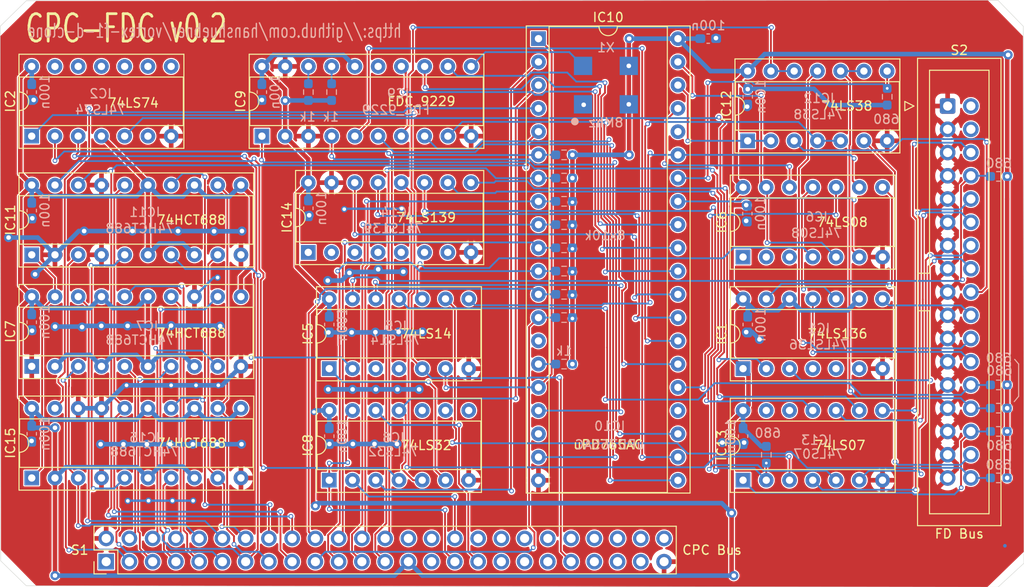
<source format=kicad_pcb>
(kicad_pcb (version 20211014) (generator pcbnew)
  (layers (0 "F.Cu" signal) (31 "B.Cu" signal) (34 "B.Paste" user) (35 "F.Paste" user) (36 "B.SilkS" user "B.Silkscreen") (37 "F.SilkS" user "F.Silkscreen") (38 "B.Mask" user) (39 "F.Mask" user) (44 "Edge.Cuts" user))
  (net 0 "")
  (net 1 "+5V")
  (net 2 "GND")
  (net 3 "MOTOR")
  (net 4 "~{MTRON}")
  (net 5 "~{STEP}")
  (net 6 "Net-(IC1-Pad10)")
  (net 7 "~{WGATE}")
  (net 8 "Net-(IC1-Pad13)")
  (net 9 "~{RSET}")
  (net 10 "RESET")
  (net 11 "~{RDY}")
  (net 12 "Net-(IC5-Pad10)")
  (net 13 "~{TRK00}")
  (net 14 "INDEX")
  (net 15 "~{INDEX}")
  (net 16 "~{RW}{slash}SEEK")
  (net 17 "FLT{slash}TRK0")
  (net 18 "WE")
  (net 19 "FLTR{slash}STEP")
  (net 20 "~{IORQ}")
  (net 21 "~{RD}")
  (net 22 "~{IORD}")
  (net 23 "~{IOWR}")
  (net 24 "~{WR}")
  (net 25 "DSKD")
  (net 26 "MFM")
  (net 27 "Net-(IC10-Pad22)")
  (net 28 "Net-(IC10-Pad23)")
  (net 29 "WDOUT")
  (net 30 "Net-(IC10-Pad19)")
  (net 31 "Net-(IC10-Pad21)")
  (net 32 "~{CLKIN}")
  (net 33 "Net-(IC10-Pad30)")
  (net 34 "Net-(IC10-Pad32)")
  (net 35 "Net-(IC10-Pad31)")
  (net 37 "Net-(IC9-Pad17)")
  (net 38 "Net-(IC9-Pad18)")
  (net 39 "~{FDCCS}")
  (net 40 "A0")
  (net 41 "/D1")
  (net 42 "/D2")
  (net 43 "/D3")
  (net 44 "/D4")
  (net 45 "/D5")
  (net 46 "/D6")
  (net 47 "/D7")
  (net 49 "Net-(IC10-Pad15)")
  (net 52 "SIDE")
  (net 53 "US0")
  (net 54 "US1")
  (net 55 "WPRT{slash}2SIDE")
  (net 57 "LCT{slash}DIR")
  (net 58 "~{DIR}")
  (net 59 "~{SIDE1}")
  (net 60 "~{WPT}")
  (net 61 "~{WDATA}")
  (net 62 "~{RDATA}")
  (net 63 "Net-(IC13-Pad3)")
  (net 64 "~{DS0}")
  (net 65 "Net-(IC13-Pad5)")
  (net 66 "~{DS2}")
  (net 67 "~{DS3}")
  (net 68 "Net-(IC13-Pad9)")
  (net 69 "~{DS1}")
  (net 70 "Net-(IC13-Pad11)")
  (net 71 "Net-(IC11-Pad1)")
  (net 72 "/Sound")
  (net 73 "/A15")
  (net 74 "/A14")
  (net 75 "/A13")
  (net 76 "/A12")
  (net 77 "/A11")
  (net 78 "/A10")
  (net 79 "/A9")
  (net 80 "/A8")
  (net 81 "/A7")
  (net 82 "/A6")
  (net 83 "/A5")
  (net 84 "/A4")
  (net 85 "/A3")
  (net 86 "/A2")
  (net 87 "/A1")
  (net 88 "/~{MREQ}")
  (net 89 "/~{M1}")
  (net 90 "/~{RFSH}")
  (net 91 "/~{HALT}")
  (net 92 "/~{INT}")
  (net 93 "/~{NMI}")
  (net 94 "/~{BUSRQ}")
  (net 95 "/~{BUSAK}")
  (net 96 "~{BRST}")
  (net 97 "~{ROMEN}")
  (net 98 "ROMDIS")
  (net 99 "/~{RAMRD}")
  (net 100 "/RAMDIS")
  (net 101 "/CURSOR")
  (net 102 "/LPEN")
  (net 103 "/~{EXP}")
  (net 104 "CLK4")
  (net 105 "Net-(IC5-Pad1)")
  (net 107 "~{MOTCS}")
  (net 109 "D0")
  (net 110 "Net-(IC2-Pad3)")
  (net 111 "RDY")
  (net 112 "/READY")
  (footprint "Package_DIP:DIP-14_W7.62mm_Socket" (layer "F.Cu") (at 172.553945 83.384945 90)
    (fp_text reference "IC12")
    (fp_text value "74LS38")
  )
  (footprint "Package_DIP:DIP-14_W7.62mm_Socket" (layer "F.Cu") (at 172.045945 120.468945 90)
    (fp_text reference "IC13")
    (fp_text value "74LS07")
  )
  (footprint "Package_DIP:DIP-40_W15.24mm_Socket" (layer "F.Cu") (at 149.693945 72.223945)
    (fp_text reference "IC10")
    (fp_text value "uPD765AC")
  )
  (footprint "Package_DIP:DIP-14_W7.62mm_Socket" (layer "F.Cu") (at 172.045945 108.276945 90)
    (fp_text reference "IC1")
    (fp_text value "74LS136")
  )
  (footprint "Package_DIP:DIP-14_W7.62mm_Socket" (layer "F.Cu") (at 126.833945 120.468945 90)
    (fp_text reference "IC8")
    (fp_text value "74LS32")
  )
  (footprint "Connector_PinHeader_2.54mm:PinHeader_2x25_P2.54mm_Vertical" (layer "F.Cu") (at 102.459945 129.368945 90)
    (fp_text reference "S1")
    (fp_text value "CPC Bus")
  )
  (footprint "Connector_IDC:IDC-Header_2x17_P2.54mm_Vertical" (layer "F.Cu") (at 194.402945 79.584945)
    (fp_text reference "S2")
    (fp_text value "FD Bus")
  )
  (footprint "Package_DIP:DIP-20_W7.62mm_Socket" (layer "F.Cu") (at 94.326945 120.224945 90)
    (fp_text reference "IC15")
    (fp_text value "74HCT688")
  )
  (footprint "Package_DIP:DIP-20_W7.62mm_Socket" (layer "F.Cu") (at 94.326945 95.840945 90)
    (fp_text reference "IC11")
    (fp_text value "74HCT688")
  )
  (footprint "Package_DIP:DIP-14_W7.62mm_Socket" (layer "F.Cu") (at 172.045945 96.084945 90)
    (fp_text reference "IC6")
    (fp_text value "74LS08")
  )
  (footprint "Package_DIP:DIP-14_W7.62mm_Socket" (layer "F.Cu") (at 94.321945 82.876945 90)
    (fp_text reference "IC2")
    (fp_text value "74LS74")
  )
  (footprint "Package_DIP:DIP-20_W7.62mm_Socket" (layer "F.Cu") (at 94.326945 108.032945 90)
    (fp_text reference "IC7")
    (fp_text value "74HCT688")
  )
  (footprint "Package_DIP:DIP-20_W7.62mm_Socket" (layer "F.Cu") (at 119.477945 82.876945 90)
    (fp_text reference "IC9")
    (fp_text value "FDC_9229")
  )
  (footprint "Package_DIP:DIP-16_W7.62mm_Socket" (layer "F.Cu") (at 124.542945 95.576945 90)
    (fp_text reference "IC14")
    (fp_text value "74LS139")
  )
  (footprint "Package_DIP:DIP-14_W7.62mm_Socket" (layer "F.Cu") (at 126.833945 108.276945 90)
    (fp_text reference "IC5")
    (fp_text value "74LS14")
  )
  (footprint "Capacitor_SMD:C_0603_1608Metric_Pad1.08x0.95mm_HandSolder" (layer "B.Cu") (at 94.326945 78.060945 -90)
    (fp_text reference "C6" hide)
    (fp_text value "100n")
  )
  (footprint "Resistor_SMD:R_0603_1608Metric_Pad0.98x0.95mm_HandSolder" (layer "B.Cu") (at 152.492945 89.998945)
    (fp_text reference "R17" hide)
    (fp_text value "10k" hide)
  )
  (footprint "Oscillator:Oscillator_SMD_EuroQuartz_XO91-4Pin_7.0x5.0mm" (layer "B.Cu") (at 157.064945 77.298945 180)
    (fp_text reference "X1")
    (fp_text value "8Mhz")
  )
  (footprint "Capacitor_SMD:C_0603_1608Metric_Pad1.08x0.95mm_HandSolder" (layer "B.Cu") (at 172.558945 78.568945 -90)
    (fp_text reference "C13" hide)
    (fp_text value "100n")
  )
  (footprint "Resistor_SMD:R_0603_1608Metric_Pad0.98x0.95mm_HandSolder" (layer "B.Cu") (at 199.990945 115.1382)
    (fp_text reference "R20" hide)
    (fp_text value "680")
  )
  (footprint "Capacitor_SMD:C_0603_1608Metric_Pad1.08x0.95mm_HandSolder" (layer "B.Cu") (at 119.472945 78.060945 -90)
    (fp_text reference "C5" hide)
    (fp_text value "100n")
  )
  (footprint "Resistor_SMD:R_0603_1608Metric_Pad0.98x0.95mm_HandSolder" (layer "B.Cu") (at 152.492945 95.078945)
    (fp_text reference "R23" hide)
    (fp_text value "10k" hide)
  )
  (footprint "Capacitor_SMD:C_0603_1608Metric_Pad1.08x0.95mm_HandSolder" (layer "B.Cu") (at 172.050945 115.652945 -90)
    (fp_text reference "C12" hide)
    (fp_text value "100n")
  )
  (footprint "Capacitor_SMD:C_0603_1608Metric_Pad1.08x0.95mm_HandSolder" (layer "B.Cu") (at 94.326945 91.014945 -90)
    (fp_text reference "C9" hide)
    (fp_text value "100n")
  )
  (footprint "Resistor_SMD:R_0603_1608Metric_Pad0.98x0.95mm_HandSolder" (layer "B.Cu") (at 200.0015 87.2744)
    (fp_text reference "R3" hide)
    (fp_text value "680")
  )
  (footprint "Resistor_SMD:R_0603_1608Metric_Pad0.98x0.95mm_HandSolder" (layer "B.Cu") (at 152.492945 92.538945)
    (fp_text reference "R18" hide)
    (fp_text value "10k" hide)
  )
  (footprint "Capacitor_SMD:C_0603_1608Metric_Pad1.08x0.95mm_HandSolder" (layer "B.Cu") (at 124.552945 90.760945 -90)
    (fp_text reference "C11" hide)
    (fp_text value "100n")
  )
  (footprint "Capacitor_SMD:C_0603_1608Metric_Pad1.08x0.95mm_HandSolder" (layer "B.Cu") (at 94.326945 115.398945 -90)
    (fp_text reference "C2" hide)
    (fp_text value "100n")
  )
  (footprint "Capacitor_SMD:C_0603_1608Metric_Pad1.08x0.95mm_HandSolder" (layer "B.Cu") (at 126.838945 115.652945 -90)
    (fp_text reference "C7" hide)
    (fp_text value "100n")
  )
  (footprint "Resistor_SMD:R_0603_1608Metric_Pad0.98x0.95mm_HandSolder" (layer "B.Cu") (at 127.092945 78.060945 -90)
    (fp_text reference "R7" hide)
    (fp_text value "1k")
  )
  (footprint "Resistor_SMD:R_0603_1608Metric_Pad0.98x0.95mm_HandSolder" (layer "B.Cu") (at 124.552945 78.060945 -90)
    (fp_text reference "R6" hide)
    (fp_text value "1k")
  )
  (footprint "Capacitor_SMD:C_0603_1608Metric_Pad1.08x0.95mm_HandSolder" (layer "B.Cu") (at 126.838945 103.460945 -90)
    (fp_text reference "C4" hide)
    (fp_text value "100n")
  )
  (footprint "Resistor_SMD:R_0603_1608Metric_Pad0.98x0.95mm_HandSolder" (layer "B.Cu") (at 152.492945 107.778945)
    (fp_text reference "R10" hide)
    (fp_text value "1k")
  )
  (footprint "Resistor_SMD:R_0603_1608Metric_Pad0.98x0.95mm_HandSolder" (layer "B.Cu") (at 152.492945 102.698945)
    (fp_text reference "R26" hide)
    (fp_text value "10k" hide)
  )
  (footprint "Capacitor_SMD:C_0603_1608Metric_Pad1.08x0.95mm_HandSolder" (layer "B.Cu") (at 94.326945 103.206945 -90)
    (fp_text reference "C3" hide)
    (fp_text value "100n")
  )
  (footprint "Resistor_SMD:R_0603_1608Metric_Pad0.98x0.95mm_HandSolder" (layer "B.Cu") (at 152.492945 84.918945)
    (fp_text reference "R8" hide)
    (fp_text value "10k" hide)
  )
  (footprint "Resistor_SMD:R_0603_1608Metric_Pad0.98x0.95mm_HandSolder" (layer "B.Cu") (at 152.492945 100.158945)
    (fp_text reference "R25" hide)
    (fp_text value "10k" hide)
  )
  (footprint "Resistor_SMD:R_0603_1608Metric_Pad0.98x0.95mm_HandSolder" (layer "B.Cu") (at 199.990945 112.5982)
    (fp_text reference "R2" hide)
    (fp_text value "680")
  )
  (footprint "Capacitor_SMD:C_0603_1608Metric_Pad1.08x0.95mm_HandSolder" (layer "B.Cu") (at 172.5168 91.3384 -90)
    (fp_text reference "C10" hide)
    (fp_text value "100n")
  )
  (footprint "Resistor_SMD:R_0603_1608Metric_Pad0.98x0.95mm_HandSolder" (layer "B.Cu") (at 199.990945 110.0582)
    (fp_text reference "R1" hide)
    (fp_text value "680")
  )
  (footprint "Resistor_SMD:R_0603_1608Metric_Pad0.98x0.95mm_HandSolder" (layer "B.Cu") (at 187.798945 78.568945 -90)
    (fp_text reference "R19" hide)
    (fp_text value "680")
  )
  (footprint "Capacitor_SMD:C_0603_1608Metric_Pad1.08x0.95mm_HandSolder" (layer "B.Cu") (at 172.558945 103.460945 -90)
    (fp_text reference "C8" hide)
    (fp_text value "100n")
  )
  (footprint "Resistor_SMD:R_0603_1608Metric_Pad0.98x0.95mm_HandSolder" (layer "B.Cu") (at 199.990945 120.2182)
    (fp_text reference "R13" hide)
    (fp_text value "680")
  )
  (footprint "Capacitor_SMD:C_0603_1608Metric_Pad1.08x0.95mm_HandSolder" (layer "B.Cu") (at 168.240945 72.218945)
    (fp_text reference "C1" hide)
    (fp_text value "100n")
  )
  (footprint "Resistor_SMD:R_0603_1608Metric_Pad0.98x0.95mm_HandSolder" (layer "B.Cu") (at 152.492945 87.458945)
    (fp_text reference "R14" hide)
    (fp_text value "10k" hide)
  )
  (footprint "Resistor_SMD:R_0603_1608Metric_Pad0.98x0.95mm_HandSolder" (layer "B.Cu") (at 174.590945 117.684945 90)
    (fp_text reference "R9" hide)
    (fp_text value "680")
  )
  (footprint "Resistor_SMD:R_0603_1608Metric_Pad0.98x0.95mm_HandSolder" (layer "B.Cu") (at 152.492945 97.618945)
    (fp_text reference "R24" hide)
    (fp_text value "10k" hide)
  )
  (gr_arc (start 200.66 127.635) (mid 200.66 127.635) (end 200.66 127.635) (layer "B.Cu") (width 0.2))
  (gr_line (start 202.1586 111.3028) (end 202.1586 107.7722) (layer "B.SilkS") (width 0.12))
  (gr_line (start 202.1586 107.7722) (end 201.7268 107.2642) (layer "B.SilkS") (width 0.12))
  (gr_circle (center 153.67 81.28) (end 154.02921 81.28) (layer "B.SilkS") (width 0.12) (fill solid))
  (gr_line (start 201.676 111.887) (end 202.1586 111.3028) (layer "B.SilkS") (width 0.12))
  (gr_line (start 202.7428 129.54) (end 202.665158 70.866) (layer "Edge.Cuts") (width 0.05))
  (gr_line (start 90.883949 70.866) (end 90.941736 129.286) (layer "Edge.Cuts") (width 0.05))
  (gr_line (start 90.941736 129.286) (end 93.726 132.001051) (layer "Edge.Cuts") (width 0.05))
  (gr_line (start 199.898 68.023949) (end 202.665158 70.866) (layer "Edge.Cuts") (width 0.05))
  (gr_line (start 93.726 132.001051) (end 199.898 132.155866) (layer "Edge.Cuts") (width 0.05))
  (gr_line (start 199.898 68.023949) (end 93.726 68.081736) (layer "Edge.Cuts") (width 0.05))
  (gr_line (start 90.883949 70.866) (end 93.726 68.081736) (layer "Edge.Cuts") (width 0.05))
  (gr_line (start 199.898 132.155866) (end 202.7428 129.54) (layer "Edge.Cuts") (width 0.05))
  (gr_text "8x10k" (at 156.972 93.726) (layer "B.SilkS") (effects (font (size 1 1)) (justify mirror)))
  (gr_text "https://github.com/hanshuebner/vortex-f1-d-clone" (at 114.3 71.374) (layer "B.SilkS") (effects (font (size 1.5 1)) (justify mirror)))
  (gr_text "CPC-FDC v0.2" (at 104.648 71.12) (layer "F.SilkS") (effects (font (size 3 2) (thickness 0.3))))
  (segment (start 170.795945 89.714945) (end 170.795945 90.544655) (width 0.5) (layer "F.Cu") (net 1))
  (segment (start 118.3894 89.4234) (end 117.186945 88.220945) (width 0.5) (layer "F.Cu") (net 1))
  (segment (start 94.326945 88.220945) (end 93.071945 86.965945) (width 0.5) (layer "F.Cu") (net 1))
  (segment (start 200.903445 89.744945) (end 200.903445 112.604945) (width 0.5) (layer "F.Cu") (net 1))
  (segment (start 159.564945 79.398945) (end 159.564945 75.198945) (width 0.5) (layer "F.Cu") (net 1))
  (segment (start 96.866945 115.144945) (end 96.866945 114.738545) (width 0.5) (layer "F.Cu") (net 1))
  (segment (start 153.405445 95.182445) (end 153.405445 92.642445) (width 0.5) (layer "F.Cu") (net 1))
  (segment (start 171.597945 76.783445) (end 171.535445 76.783445) (width 0.5) (layer "F.Cu") (net 1))
  (segment (start 171.535445 76.783445) (end 171.245946 77.072944) (width 0.5) (layer "F.Cu") (net 1))
  (segment (start 122.017945 77.796945) (end 119.477945 75.256945) (width 0.5) (layer "F.Cu") (net 1))
  (segment (start 153.405445 92.642445) (end 153.405445 90.102445) (width 0.5) (layer "F.Cu") (net 1))
  (segment (start 172.045945 100.656945) (end 170.815 101.88789) (width 0.5) (layer "F.Cu") (net 1))
  (segment (start 159.564945 75.198945) (end 159.564945 72.258945) (width 0.5) (layer "F.Cu") (net 1))
  (segment (start 172.045945 108.276945) (end 172.640745 108.871745) (width 0.5) (layer "F.Cu") (net 1))
  (segment (start 159.564945 72.258945) (end 159.604945 72.218945) (width 0.5) (layer "F.Cu") (net 1))
  (segment (start 125.064945 102.425945) (end 125.064945 123.022945) (width 0.5) (layer "F.Cu") (net 1))
  (segment (start 107.026945 108.032945) (end 107.026945 100.412945) (width 0.5) (layer "F.Cu") (net 1))
  (segment (start 153.405445 90.102445) (end 153.405445 84.918945) (width 0.5) (layer "F.Cu") (net 1))
  (segment (start 96.866945 130.892945) (end 96.866945 120.224945) (width 0.5) (layer "F.Cu") (net 1))
  (segment (start 117.186945 98.273531) (end 118.3894 97.071076) (width 0.5) (layer "F.Cu") (net 1))
  (segment (start 170.815 107.046) (end 172.045945 108.276945) (width 0.5) (layer "F.Cu") (net 1))
  (segment (start 123.292945 97.115945) (end 123.292945 89.206945) (width 0.5) (layer "F.Cu") (net 1))
  (segment (start 94.326945 112.604945) (end 93.076945 111.354945) (width 0.5) (layer "F.Cu") (net 1))
  (segment (start 93.071945 86.965945) (end 93.071945 76.506945) (width 0.5) (layer "F.Cu") (net 1))
  (segment (start 123.292945 89.206945) (end 124.542945 87.956945) (width 0.5) (layer "F.Cu") (net 1))
  (segment (start 153.405445 107.778945) (end 153.405445 102.802445) (width 0.5) (layer "F.Cu") (net 1))
  (segment (start 93.076945 89.470945) (end 94.326945 88.220945) (width 0.5) (layer "F.Cu") (net 1))
  (segment (start 93.076945 99.162945) (end 93.076945 89.470945) (width 0.5) (layer "F.Cu") (net 1))
  (segment (start 172.553945 75.764945) (end 171.535445 76.783445) (width 0.5) (layer "F.Cu") (net 1))
  (segment (start 200.903445 112.5982) (end 200.903445 115.1382) (width 0.5) (layer "F.Cu") (net 1))
  (segment (start 171.034945 130.892945) (end 170.795945 130.653945) (width 0.5) (layer "F.Cu") (net 1))
  (segment (start 93.076945 111.354945) (end 93.076945 101.662945) (width 0.5) (layer "F.Cu") (net 1))
  (segment (start 107.026945 95.840945) (end 107.026945 88.220945) (width 0.5) (layer "F.Cu") (net 1))
  (segment (start 170.795945 114.098945) (end 172.045945 112.848945) (width 0.5) (layer "F.Cu") (net 1))
  (segment (start 170.795945 90.544655) (end 170.784 90.5566) (width 0.5) (layer "F.Cu") (net 1))
  (segment (start 172.640745 108.871745) (end 172.640745 112.254145) (width 0.5) (layer "F.Cu") (net 1))
  (segment (start 170.784 90.5566) (end 170.784 99.395) (width 0.5) (layer "F.Cu") (net 1))
  (segment (start 200.903445 115.1382) (end 200.903445 120.2182) (width 0.5) (layer "F.Cu") (net 1))
  (segment (start 172.558945 77.744445) (end 171.597945 76.783445) (width 0.5) (layer "F.Cu") (net 1))
  (segment (start 122.017945 78.990345) (end 122.017945 77.796945) (width 0.5) (layer "F.Cu") (net 1))
  (segment (start 124.542945 85.401945) (end 122.017945 82.876945) (width 0.5) (layer "F.Cu") (net 1))
  (segment (start 170.93343 90.40717) (end 170.795945 90.544655) (width 0.5) (layer "F.Cu") (net 1))
  (segment (start 93.076945 101.662945) (end 94.326945 100.412945) (width 0.5) (layer "F.Cu") (net 1))
  (segment (start 171.245946 87.664946) (end 172.045945 88.464945) (width 0.5) (layer "F.Cu") (net 1))
  (segment (start 200.914 74.08989) (end 201.006945 73.996945) (width 0.5) (layer "F.Cu") (net 1))
  (segment (start 171.245946 77.072944) (end 171.245946 87.664946) (width 0.5) (layer "F.Cu") (net 1))
  (segment (start 117.186945 100.412945) (end 117.186945 98.273531) (width 0.5) (layer "F.Cu") (net 1))
  (segment (start 124.542945 87.956945) (end 124.542945 85.401945) (width 0.5) (layer "F.Cu") (net 1))
  (segment (start 122.017945 82.876945) (end 122.017945 78.990345) (width 0.5) (layer "F.Cu") (net 1))
  (segment (start 200.914 87.2744) (end 200.914 74.08989) (width 0.5) (layer "F.Cu") (net 1))
  (segment (start 159.604945 79.438945) (end 159.564945 79.398945) (width 0.5) (layer "F.Cu") (net 1))
  (segment (start 101.941945 82.876945) (end 107.026945 87.961945) (width 0.5) (layer "F.Cu") (net 1))
  (segment (start 170.784 99.395) (end 172.045945 100.656945) (width 0.5) (layer "F.Cu") (net 1))
  (segment (start 153.405445 102.802445) (end 153.405445 100.262445) (width 0.5) (layer "F.Cu") (net 1))
  (segment (start 153.405445 100.262445) (end 153.405445 97.722445) (width 0.5) (layer "F.Cu") (net 1))
  (segment (start 172.045945 88.464945) (end 170.795945 89.714945) (width 0.5) (layer "F.Cu") (net 1))
  (segment (start 107.026945 87.961945) (end 107.026945 88.220945) (width 0.5) (layer "F.Cu") (net 1))
  (segment (start 159.604945 84.918945) (end 159.604945 79.438945) (width 0.5) (layer "F.Cu") (net 1))
  (segment (start 125.064945 123.022945) (end 125.314945 123.272945) (width 0.5) (layer "F.Cu") (net 1))
  (segment (start 126.833945 100.656945) (end 125.064945 102.425945) (width 0.5) (layer "F.Cu") (net 1))
  (segment (start 172.391245 90.40717) (end 170.93343 90.40717) (width 0.5) (layer "F.Cu") (net 1))
  (segment (start 200.903445 87.204945) (end 200.903445 89.744945) (width 0.5) (layer "F.Cu") (net 1))
  (segment (start 94.326945 100.412945) (end 93.076945 99.162945) (width 0.5) (layer "F.Cu") (net 1))
  (segment (start 96.866945 120.224945) (end 96.866945 115.144945) (width 0.5) (layer "F.Cu") (net 1))
  (segment (start 172.640745 112.254145) (end 172.045945 112.848945) (width 0.5) (layer "F.Cu") (net 1))
  (segment (start 93.071945 76.506945) (end 94.321945 75.256945) (width 0.5) (layer "F.Cu") (net 1))
  (segment (start 170.815 101.88789) (end 170.815 107.046) (width 0.5) (layer "F.Cu") (net 1))
  (segment (start 153.405445 97.722445) (end 153.405445 95.182445) (width 0.5) (layer "F.Cu") (net 1))
  (segment (start 170.795945 130.653945) (end 170.795945 114.098945) (width 0.5) (layer "F.Cu") (net 1))
  (segment (start 118.3894 97.071076) (end 118.3894 89.4234) (width 0.5) (layer "F.Cu") (net 1))
  (segment (start 126.833945 100.656945) (end 123.292945 97.115945) (width 0.5) (layer "F.Cu") (net 1))
  (via (at 125.314945 123.272945) (size 1) (drill 0.5) (layers "F.Cu" "B.Cu") (net 1))
  (via (at 125.164445 113.009255) (size 0.7) (drill 0.4) (layers "F.Cu" "B.Cu") (net 1))
  (via (at 201.006945 73.996945) (size 1) (drill 0.5) (layers "F.Cu" "B.Cu") (net 1))
  (via (at 153.405445 87.458945) (size 1) (drill 0.5) (layers "F.Cu" "B.Cu") (net 1))
  (via (at 122.017945 78.990345) (size 1) (drill 0.5) (layers "F.Cu" "B.Cu") (net 1))
  (via (at 159.564945 79.398945) (size 1) (drill 0.5) (layers "F.Cu" "B.Cu") (net 1))
  (via (at 200.914 87.2744) (size 1) (drill 0.5) (layers "F.Cu" "B.Cu") (net 1))
  (via (at 159.604945 84.918945) (size 1) (drill 0.5) (layers "F.Cu" "B.Cu") (net 1))
  (via (at 153.405445 84.918945) (size 1) (drill 0.5) (layers "F.Cu" "B.Cu") (net 1))
  (via (at 200.903445 112.5982) (size 1) (drill 0.5) (layers "F.Cu" "B.Cu") (net 1))
  (via (at 153.405445 92.642445) (size 0.8) (drill 0.4) (layers "F.Cu" "B.Cu") (net 1))
  (via (at 96.866945 114.738545) (size 1) (drill 0.5) (layers "F.Cu" "B.Cu") (net 1))
  (via (at 159.604945 72.218945) (size 1) (drill 0.5) (layers "F.Cu" "B.Cu") (net 1))
  (via (at 153.405445 90.102445) (size 0.8) (drill 0.4) (layers "F.Cu" "B.Cu") (net 1))
  (via (at 153.405445 100.262445) (size 0.8) (drill 0.4) (layers "F.Cu" "B.Cu") (net 1))
  (via (at 96.866945 130.892945) (size 1) (drill 0.5) (layers "F.Cu" "B.Cu") (net 1))
  (via (at 200.903445 110.0582) (size 1) (drill 0.5) (layers "F.Cu" "B.Cu") (net 1))
  (via (at 153.405445 97.722445) (size 0.8) (drill 0.4) (layers "F.Cu" "B.Cu") (net 1))
  (via (at 153.405445 102.802445) (size 0.8) (drill 0.4) (layers "F.Cu" "B.Cu") (net 1))
  (via (at 170.795945 124.049945) (size 1) (drill 0.5) (layers "F.Cu" "B.Cu") (net 1))
  (via (at 159.564945 75.198945) (size 1) (drill 0.5) (layers "F.Cu" "B.Cu") (net 1))
  (via (at 200.903445 115.1382) (size 1) (drill 0.5) (layers "F.Cu" "B.Cu") (net 1))
  (via (at 153.405445 107.778945) (size 1) (drill 0.5) (layers "F.Cu" "B.Cu") (net 1))
  (via (at 153.405445 95.182445) (size 0.8) (drill 0.4) (layers "F.Cu" "B.Cu") (net 1))
  (via (at 172.558945 77.744445) (size 1) (drill 0.5) (layers "F.Cu" "B.Cu") (net 1))
  (via (at 200.903445 120.2182) (size 1) (drill 0.5) (layers "F.Cu" "B.Cu") (net 1))
  (via (at 171.034945 130.892945) (size 1) (drill 0.5) (layers "F.Cu" "B.Cu") (net 1))
  (via (at 172.391245 90.40717) (size 1) (drill 0.5) (layers "F.Cu" "B.Cu") (net 1))
  (segment (start 172.045945 100.656945) (end 173.295945 101.906945) (width 0.5) (layer "B.Cu") (net 1))
  (segment (start 124.552945 89.898445) (end 124.552945 87.966945) (width 0.5) (layer "B.Cu") (net 1))
  (segment (start 113.294 113.792) (end 115.99989 113.792) (width 0.5) (layer "B.Cu") (net 1))
  (segment (start 100.696945 106.782945) (end 98.116945 106.782945) (width 0.5) (layer "B.Cu") (net 1))
  (segment (start 108.276945 106.782945) (end 107.026945 108.032945) (width 0.5) (layer "B.Cu") (net 1))
  (segment (start 172.050945 112.853945) (end 172.045945 112.848945) (width 0.5) (layer "B.Cu") (net 1))
  (segment (start 108.276945 113.854945) (end 110.856945 113.854945) (width 0.5) (layer "B.Cu") (net 1))
  (segment (start 115.936945 89.470945) (end 117.186945 88.220945) (width 0.5) (layer "B.Cu") (net 1))
  (segment (start 172.39197 90.406445) (end 172.391245 90.40717) (width 0.5) (layer "B.Cu") (net 1))
  (segment (start 181.564045 79.481445) (end 187.798945 79.481445) (width 0.5) (layer "B.Cu") (net 1))
  (segment (start 105.81449 89.4334) (end 95.5394 89.4334) (width 0.5) (layer "B.Cu") (net 1))
  (segment (start 94.326945 102.344445) (end 94.326945 100.412945) (width 0.5) (layer "B.Cu") (net 1))
  (segment (start 105.776945 106.782945) (end 103.196945 106.782945) (width 0.5) (layer "B.Cu") (net 1))
  (segment (start 172.050945 114.790445) (end 172.050945 112.853945) (width 0.5) (layer "B.Cu") (net 1))
  (segment (start 108.276945 94.590945) (end 107.026945 95.840945) (width 0.5) (layer "B.Cu") (net 1))
  (segment (start 125.324755 112.848945) (end 125.164445 113.009255) (width 0.5) (layer "B.Cu") (net 1))
  (segment (start 101.946945 108.032945) (end 100.696945 106.782945) (width 0.5) (layer "B.Cu") (net 1))
  (segment (start 122.034845 78.973445) (end 122.017945 78.990345) (width 0.5) (layer "B.Cu") (net 1))
  (segment (start 101.946945 100.412945) (end 100.696945 101.662945) (width 0.5) (layer "B.Cu") (net 1))
  (segment (start 107.026945 120.224945) (end 108.276945 118.974945) (width 0.5) (layer "B.Cu") (net 1))
  (segment (start 95.576945 101.662945) (end 94.326945 100.412945) (width 0.5) (layer "B.Cu") (net 1))
  (segment (start 105.776945 113.854945) (end 107.026945 112.604945) (width 0.5) (layer "B.Cu") (net 1))
  (segment (start 94.326945 77.198445) (end 94.326945 75.261945) (width 0.5) (layer "B.Cu") (net 1))
  (segment (start 174.409945 73.908945) (end 200.918945 73.908945) (width 0.5) (layer "B.Cu") (net 1))
  (segment (start 172.558945 102.598445) (end 172.558945 101.169945) (width 0.5) (layer "B.Cu") (net 1))
  (segment (start 94.529045 114.738545) (end 94.326945 114.536445) (width 0.5) (layer "B.Cu") (net 1))
  (segment (start 178.375945 101.906945) (end 183.495945 101.906945) (width 0.5) (layer "B.Cu") (net 1))
  (segment (start 126.838945 112.853945) (end 126.833945 112.848945) (width 0.5) (layer "B.Cu") (net 1))
  (segment (start 172.558945 77.706445) (end 179.789045 77.706445) (width 0.5) (layer "B.Cu") (net 1))
  (segment (start 100.696945 101.662945) (end 95.576945 101.662945) (width 0.5) (layer "B.Cu") (net 1))
  (segment (start 108.276945 118.974945) (end 110.856945 118.974945) (width 0.5) (layer "B.Cu") (net 1))
  (segment (start 112.106945 95.840945) (end 110.856945 94.590945) (width 0.5) (layer "B.Cu") (net 1))
  (segment (start 174.590945 116.772445) (end 174.032945 116.772445) (width 0.5) (layer "B.Cu") (net 1))
  (segment (start 95.5394 89.4334) (end 94.326945 88.220945) (width 0.5) (layer "B.Cu") (net 1))
  (segment (start 174.032945 116.772445) (end 172.050945 114.790445) (width 0.5) (layer "B.Cu") (net 1))
  (segment (start 126.838945 100.661945) (end 126.833945 100.656945) (width 0.5) (layer "B.Cu") (net 1))
  (segment (start 175.875945 101.906945) (end 177.125945 100.656945) (width 0.5) (layer "B.Cu") (net 1))
  (segment (start 110.856945 106.782945) (end 108.276945 106.782945) (width 0.5) (layer "B.Cu") (net 1))
  (segment (start 105.776945 101.662945) (end 103.196945 101.662945) (width 0.5) (layer "B.Cu") (net 1))
  (segment (start 110.856945 113.854945) (end 112.106945 112.604945) (width 0.5) (layer "B.Cu") (net 1))
  (segment (start 110.856945 94.590945) (end 108.276945 94.590945) (width 0.5) (layer "B.Cu") (net 1))
  (segment (start 94.326945 90.152445) (end 94.326945 88.220945) (width 0.5) (layer "B.Cu") (net 1))
  (segment (start 172.558945 90.406445) (end 172.39197 90.406445) (width 0.5) (layer "B.Cu") (net 1))
  (segment (start 94.326945 112.604945) (end 95.576945 113.854945) (width 0.5) (layer "B.Cu") (net 1))
  (segment (start 135.479945 129.368945) (end 133.955945 130.892945) (width 0.5) (layer "B.Cu") (net 1))
  (segment (start 126.833945 112.848945) (end 125.324755 112.848945) (width 0.5) (layer "B.Cu") (net 1))
  (segment (start 200.918945 73.908945) (end 201.006945 73.996945) (width 0.5) (layer "B.Cu") (net 1))
  (segment (start 119.477945 75.256945) (end 120.727945 74.006945) (width 0.5) (layer "B.Cu") (net 1))
  (segment (start 128.387945 74.006945) (end 129.637945 75.256945) (width 0.5) (layer "B.Cu") (net 1))
  (segment (start 115.99989 113.792) (end 117.186945 112.604945) (width 0.5) (layer "B.Cu") (net 1))
  (segment (start 169.721945 122.975945) (end 125.611945 122.975945) (width 0.5) (layer "B.Cu") (net 1))
  (segment (start 98.043945 119.047945) (end 96.866945 120.224945) (width 0.5) (layer "B.Cu") (net 1))
  (segment (start 173.295945 101.906945) (end 175.875945 101.906945) (width 0.5) (layer "B.Cu") (net 1))
  (segment (start 107.026945 108.032945) (end 105.776945 106.782945) (width 0.5) (layer "B.Cu") (net 1))
  (segment (start 120.727945 74.006945) (end 128.387945 74.006945) (width 0.5) (layer "B.Cu") (net 1))
  (segment (start 153.405445 84.918945) (end 159.604945 84.918945) (width 0.5) (layer "B.Cu") (net 1))
  (segment (start 133.955945 130.892945) (end 96.866945 130.892945) (width 0.5) (layer "B.Cu") (net 1))
  (segment (start 98.116945 106.782945) (end 96.866945 108.032945) (width 0.5) (layer "B.Cu") (net 1))
  (segment (start 137.003945 130.892945) (end 135.479945 129.368945) (width 0.5) (layer "B.Cu") (net 1))
  (segment (start 164.938945 72.218945) (end 164.933945 72.223945) (width 0.5) (layer "B.Cu") (net 1))
  (segment (start 110.856945 118.974945) (end 112.106945 120.224945) (width 0.5) (layer "B.Cu") (net 1))
  (segment (start 96.866945 114.738545) (end 94.529045 114.738545) (width 0.5) (layer "B.Cu") (net 1))
  (segment (start 172.553945 75.764945) (end 174.409945 73.908945) (width 0.5) (layer "B.Cu") (net 1))
  (segment (start 103.196945 106.782945) (end 101.946945 108.032945) (width 0.5) (layer "B.Cu") (net 1))
  (segment (start 107.026945 100.412945) (end 105.776945 101.662945) (width 0.5) (layer "B.Cu") (net 1))
  (segment (start 110.856945 89.470945) (end 112.106945 88.220945) (width 0.5) (layer "B.Cu") (net 1))
  (segment (start 107.026945 120.224945) (end 105.849945 119.047945) (width 0.5) (layer "B.Cu") (net 1))
  (segment (start 103.196945 101.662945) (end 101.946945 100.412945) (width 0.5) (layer "B.Cu") (net 1))
  (segment (start 94.326945 75.261945) (end 94.321945 75.256945) (width 0.5) (layer "B.Cu") (net 1))
  (segment (start 95.576945 113.854945) (end 105.776945 113.854945) (width 0.5) (layer "B.Cu") (net 1))
  (segment (start 167.378445 72.218945) (end 164.938945 72.218945) (width 0.5) (layer "B.Cu") (net 1))
  (segment (start 113.356945 89.470945) (end 115.936945 89.470945) (width 0.5) (layer "B.Cu") (net 1))
  (segment (start 170.795945 124.049945) (end 169.721945 122.975945) (width 0.5) (layer "B.Cu") (net 1))
  (segment (start 177.125945 100.656945) (end 178.375945 101.906945) (width 0.5) (layer "B.Cu") (net 1))
  (segment (start 126.838945 114.790445) (end 126.838945 112.853945) (width 0.5) (layer "B.Cu") (net 1))
  (segment (start 119.472945 77.198445) (end 119.472945 75.261945) (width 0.5) (layer "B.Cu") (net 1))
  (segment (start 107.026945 88.220945) (end 108.276945 89.470945) (width 0.5) (layer "B.Cu") (net 1))
  (segment (start 171.034945 130.892945) (end 137.003945 130.892945) (width 0.5) (layer "B.Cu") (net 1))
  (segment (start 179.789045 77.706445) (end 181.564045 79.481445) (width 0.5) (layer "B.Cu") (net 1))
  (segment (start 107.026945 112.604945) (end 108.276945 113.854945) (width 0.5) (layer "B.Cu") (net 1))
  (segment (start 125.611945 122.975945) (end 125.314945 123.272945) (width 0.5) (layer "B.Cu") (net 1))
  (segment (start 112.106945 108.032945) (end 110.856945 106.782945) (width 0.5) (layer "B.Cu") (net 1))
  (segment (start 159.604945 72.218945) (end 159.609945 72.223945) (width 0.5) (layer "B.Cu") (net 1))
  (segment (start 127.092945 78.973445) (end 124.552945 78.973445) (width 0.5) (layer "B.Cu") (net 1))
  (segment (start 119.472945 75.261945) (end 119.477945 75.256945) (width 0.5) (layer "B.Cu") (net 1))
  (segment (start 124.552945 78.973445) (end 122.034845 78.973445) (width 0.5) (layer "B.Cu") (net 1))
  (segment (start 172.553945 75.764945) (end 168.474945 75.764945) (width 0.5) (layer "B.Cu") (net 1))
  (segment (start 108.276945 89.470945) (end 110.856945 89.470945) (width 0.5) (layer "B.Cu") (net 1))
  (segment (start 172.558945 101.169945) (end 172.045945 100.656945) (width 0.5) (layer "B.Cu") (net 1))
  (segment (start 112.106945 112.604945) (end 113.294 113.792) (width 0.5) (layer "B.Cu") (net 1))
  (segment (start 159.609945 72.223945) (end 164.933945 72.223945) (width 0.5) (layer "B.Cu") (net 1))
  (segment (start 107.026945 88.220945) (end 105.81449 89.4334) (width 0.5) (layer "B.Cu") (net 1))
  (segment (start 168.474945 75.764945) (end 164.933945 72.223945) (width 0.5) (layer "B.Cu") (net 1))
  (segment (start 94.326945 114.536445) (end 94.326945 112.604945) (width 0.5) (layer "B.Cu") (net 1))
  (segment (start 172.558945 77.706445) (end 172.558945 77.744445) (width 0.5) (layer "B.Cu") (net 1))
  (segment (start 124.552945 87.966945) (end 124.542945 87.956945) (width 0.5) (layer "B.Cu") (net 1))
  (segment (start 105.849945 119.047945) (end 98.043945 119.047945) (width 0.5) (layer "B.Cu") (net 1))
  (segment (start 126.838945 102.598445) (end 126.838945 100.661945) (width 0.5) (layer "B.Cu") (net 1))
  (segment (start 112.106945 88.220945) (end 113.356945 89.470945) (width 0.5) (layer "B.Cu") (net 1))
  (segment (start 183.495945 101.906945) (end 184.745945 100.656945) (width 0.5) (layer "B.Cu") (net 1))
  (via (at 134.2898 110.5408) (size 1) (drill 0.5) (layers "F.Cu" "B.Cu") (net 2))
  (via (at 99.823445 103.7336) (size 1) (drill 0.5) (layers "F.Cu" "B.Cu") (net 2))
  (via (at 126.6698 98.6536) (size 1) (drill 0.5) (layers "F.Cu" "B.Cu") (net 2))
  (via (at 136.652 110.5408) (size 1) (drill 0.5) (layers "F.Cu" "B.Cu") (net 2))
  (via (at 94.6912 97.9678) (size 1) (drill 0.5) (layers "F.Cu" "B.Cu") (net 2))
  (via (at 172.1612 116.3574) (size 1) (drill 0.5) (layers "F.Cu" "B.Cu") (net 2))
  (via (at 119.472945 78.923445) (size 1) (drill 0.5) (layers "F.Cu" "B.Cu") (net 2))
  (via (at 128.4732 90.8558) (size 0.7) (drill 0.4) (layers "F.Cu" "B.Cu") (net 2))
  (via (at 134.9248 97.6884) (size 1) (drill 0.5) (layers "F.Cu" "B.Cu") (net 2))
  (via (at 132.1816 97.4243) (size 1) (drill 0.5) (layers "F.Cu" "B.Cu") (net 2))
  (via (at 94.3102 116.1796) (size 1) (drill 0.5) (layers "F.Cu" "B.Cu") (net 2))
  (via (at 172.391245 104.285445) (size 1) (drill 0.5) (layers "F.Cu" "B.Cu") (net 2))
  (via (at 137.0076 104.267) (size 1) (drill 0.5) (layers "F.Cu" "B.Cu") (net 2))
  (via (at 96.8756 103.6828) (size 1) (drill 0.5) (layers "F.Cu" "B.Cu") (net 2))
  (via (at 101.854 116.5352) (size 1) (drill 0.5) (layers "F.Cu" "B.Cu") (net 2))
  (via (at 109.5502 103.5812) (size 1) (drill 0.5) (layers "F.Cu" "B.Cu") (net 2))
  (via (at 109.7026 122.7074) (size 0.7) (drill 0.4) (layers "F.Cu" "B.Cu") (net 2))
  (via (at 134.4168 104.267) (size 1) (drill 0.5) (layers "F.Cu" "B.Cu") (net 2))
  (via (at 124.6378 91.5162) (size 1) (drill 0.5) (layers "F.Cu" "B.Cu") (net 2))
  (via (at 107.0864 122.7074) (size 0.7) (drill 0.4) (layers "F.Cu" "B.Cu") (net 2))
  (via (at 105.3338 93.2434) (size 1) (drill 0.5) (layers "F.Cu" "B.Cu") (net 2))
  (via (at 134.747 90.805) (size 0.7) (drill 0.4) (layers "F.Cu" "B.Cu") (net 2))
  (via (at 100.0506 93.2434) (size 1) (drill 0.5) (layers "F.Cu" "B.Cu") (net 2))
  (via (at 111.9632 122.7074) (size 0.7) (drill 0.4) (layers "F.Cu" "B.Cu") (net 2))
  (via (at 109.559255 110.099945) (size 0.7) (drill 0.4) (layers "F.Cu" "B.Cu") (net 2))
  (via (at 91.7956 93.9546) (size 1) (drill 0.5) (layers "F.Cu" "B.Cu") (net 2))
  (via (at 129.413 116.5098) (size 1) (drill 0.5) (layers "F.Cu" "B.Cu") (net 2))
  (via (at 111.9378 116.5352) (size 1) (drill 0.5) (layers "F.Cu" "B.Cu") (net 2))
  (via (at 129.038645 97.813432) (size 1) (drill 0.5) (layers "F.Cu" "B.Cu") (net 2))
  (via (at 117.2972 93.2434) (size 1) (drill 0.5) (layers "F.Cu" "B.Cu") (net 2))
  (via (at 126.746 104.3178) (size 1) (drill 0.5) (layers "F.Cu" "B.Cu") (net 2))
  (via (at 101.9302 103.6066) (size 1) (drill 0.5) (layers "F.Cu" "B.Cu") (net 2))
  (via (at 104.8258 122.7328) (size 0.7) (drill 0.4) (layers "F.Cu" "B.Cu") (net 2))
  (via (at 169.7736 116.3574) (size 1) (drill 0.5) (layers "F.Cu" "B.Cu") (net 2))
  (via (at 117.2464 116.5352) (size 1) (drill 0.5) (layers "F.Cu" "B.Cu") (net 2))
  (via (at 114.6302 98.3234) (size 0.7) (drill 0.4) (layers "F.Cu" "B.Cu") (net 2))
  (via (at 109.4232 116.5352) (size 1) (drill 0.5) (layers "F.Cu" "B.Cu") (net 2))
  (via (at 131.7752 116.5098) (size 1) (drill 0.5) (layers "F.Cu" "B.Cu") (net 2))
  (via (at 131.9276 110.5408) (size 1) (drill 0.5) (layers "F.Cu" "B.Cu") (net 2))
  (via (at 110.3122 93.2434) (size 1) (drill 0.5) (layers "F.Cu" "B.Cu") (net 2))
  (via (at 114.9096 103.632) (size 1) (drill 0.5) (layers "F.Cu" "B.Cu") (net 2))
  (via (at 154.6352 79.4512) (size 1) (drill 0.5) (layers "F.Cu" "B.Cu") (net 2))
  (via (at 126.7206 110.5408) (size 1) (drill 0.5) (layers "F.Cu" "B.Cu") (net 2))
  (via (at 112.277055 110.099945) (size 0.7) (drill 0.4) (layers "F.Cu" "B.Cu") (net 2))
  (via (at 126.8476 116.5098) (size 1) (drill 0.5) (layers "F.Cu" "B.Cu") (net 2))
  (via (at 172.391245 92.131445) (size 1) (drill 0.5) (layers "F.Cu" "B.Cu") (net 2))
  (via (at 104.682455 110.099945) (size 0.7) (drill 0.4) (layers "F.Cu" "B.Cu") (net 2))
  (via (at 134.239 116.5098) (size 1) (drill 0.5) (layers "F.Cu" "B.Cu") (net 2))
  (via (at 129.3876 110.5408) (size 1) (drill 0.5) (layers "F.Cu" "B.Cu") (net 2))
  (via (at 114.2492 93.2688) (size 1) (drill 0.5) (layers "F.Cu" "B.Cu") (net 2))
  (via (at 173.844245 105.0798) (size 1) (drill 0.5) (layers "F.Cu" "B.Cu") (net 2))
  (via (at 172.4914 79.6544) (size 1) (drill 0.5) (layers "F.Cu" "B.Cu") (net 2))
  (via (at 131.8768 104.2924) (size 1) (drill 0.5) (layers "F.Cu" "B.Cu") (net 2))
  (via (at 94.3864 91.8464) (size 1) (drill 0.5) (layers "F.Cu" "B.Cu") (net 2))
  (via (at 94.5388 78.9178) (size 1) (drill 0.5) (layers "F.Cu" "B.Cu") (net 2))
  (via (at 129.286 104.3178) (size 1) (drill 0.5) (layers "F.Cu" "B.Cu") (net 2))
  (via (at 106.9086 116.5352) (size 1) (drill 0.5) (layers "F.Cu" "B.Cu") (net 2))
  (via (at 169.0878 72.1614) (size 1) (drill 0.5) (layers "F.Cu" "B.Cu") (net 2))
  (via (at 114.715455 110.099945) (size 0.7) (drill 0.4) (layers "F.Cu" "B.Cu") (net 2))
  (via (at 104.3432 116.5352) (size 1) (drill 0.5) (layers "F.Cu" "B.Cu") (net 2))
  (via (at 94.361 104.14) (size 1) (drill 0.5) (layers "F.Cu" "B.Cu") (net 2))
  (via (at 104.8004 103.6066) (size 1) (drill 0.5) (layers "F.Cu" "B.Cu") (net 2))
  (via (at 114.5794 116.5352) (size 1) (drill 0.5) (layers "F.Cu" "B.Cu") (net 2))
  (segment (start 129.3876 110.5408) (end 131.9276 110.5408) (width 0.5) (layer "B.Cu") (net 2))
  (segment (start 124.552945 91.601055) (end 124.6378 91.5162) (width 0.5) (layer "B.Cu") (net 2))
  (segment (start 109.5248 103.6066) (end 109.5502 103.5812) (width 0.5) (layer "B.Cu") (net 2))
  (segment (start 104.451945 110.099945) (end 104.682455 110.099945) (width 0.5) (layer "B.Cu") (net 2))
  (segment (start 109.7026 122.7074) (end 107.0864 122.7074) (width 0.254) (layer "B.Cu") (net 2))
  (segment (start 105.3338 93.2434) (end 110.3122 93.2434) (width 0.5) (layer "B.Cu") (net 2))
  (segment (start 134.4168 104.267) (end 137.0076 104.267) (width 0.5) (layer "B.Cu") (net 2))
  (segment (start 169.103445 72.218945) (end 169.103445 72.177045) (width 0.5) (layer "B.Cu") (net 2))
  (segment (start 109.559255 110.099945) (end 112.277055 110.099945) (width 0.5) (layer "B.Cu") (net 2))
  (segment (start 110.3122 93.2434) (end 114.2238 93.2434) (width 0.5) (layer "B.Cu") (net 2))
  (segment (start 111.9378 116.5352) (end 114.5794 116.5352) (width 0.5) (layer "B.Cu") (net 2))
  (segment (start 94.326945 116.261445) (end 94.326945 116.196345) (width 0.5) (layer "B.Cu") (net 2))
  (segment (start 173.04989 104.285445) (end 173.844245 105.0798) (width 0.5) (layer "B.Cu") (net 2))
  (segment (start 112.277055 110.099945) (end 114.715455 110.099945) (width 0.5) (layer "B.Cu") (net 2))
  (segment (start 131.9276 110.5408) (end 134.2898 110.5408) (width 0.5) (layer "B.Cu") (net 2))
  (segment (start 114.2492 93.2688) (end 117.094 93.2688) (width 0.5) (layer "B.Cu") (net 2))
  (segment (start 154.564945 79.398945) (end 154.582945 79.398945) (width 0.5) (layer "B.Cu") (net 2))
  (segment (start 94.326945 91.877445) (end 94.355355 91.877445) (width 0.5) (layer "B.Cu") (net 2))
  (segment (start 96.866945 95.840945) (end 99.46449 93.2434) (width 0.5) (layer "B.Cu") (net 2))
  (segment (start 126.841955 116.515445) (end 126.8476 116.5098) (width 0.5) (layer "B.Cu") (net 2))
  (segment (start 129.138277 97.7138) (end 129.038645 97.813432) (width 0.5) (layer "B.Cu") (net 2))
  (segment (start 172.558945 92.131445) (end 172.391245 92.131445) (width 0.5) (layer "B.Cu") (net 2))
  (segment (start 101.9302 103.6066) (end 104.8004 103.6066) (width 0.5) (layer "B.Cu") (net 2))
  (segment (start 94.9806 93.9546) (end 91.7956 93.9546) (width 0.5) (layer "B.Cu") (net 2))
  (segment (start 101.946945 112.604945) (end 104.451945 110.099945) (width 0.5) (layer "B.Cu") (net 2))
  (segment (start 126.838945 116.515445) (end 126.841955 116.515445) (width 0.5) (layer "B.Cu") (net 2))
  (segment (start 131.8768 104.2924) (end 134.3914 104.2924) (width 0.5) (layer "B.Cu") (net 2))
  (segment (start 126.8476 116.5098) (end 129.413 116.5098) (width 0.5) (layer "B.Cu") (net 2))
  (segment (start 101.854 116.5352) (end 104.3432 116.5352) (width 0.5) (layer "B.Cu") (net 2))
  (segment (start 129.413 116.5098) (end 131.7752 116.5098) (width 0.5) (layer "B.Cu") (net 2))
  (segment (start 132.1816 97.4243) (end 132.4457 97.6884) (width 0.5) (layer "B.Cu") (net 2))
  (segment (start 114.5794 116.5352) (end 117.2464 116.5352) (width 0.5) (layer "B.Cu") (net 2))
  (segment (start 94.533155 78.923445) (end 94.5388 78.9178) (width 0.5) (layer "B.Cu") (net 2))
  (segment (start 126.838945 104.323445) (end 126.751645 104.323445) (width 0.5) (layer "B.Cu") (net 2))
  (segment (start 129.286 104.3178) (end 131.8514 104.3178) (width 0.5) (layer "B.Cu") (net 2))
  (segment (start 109.4232 116.5352) (end 111.9378 116.5352) (width 0.5) (layer "B.Cu") (net 2))
  (segment (start 104.8004 103.6066) (end 109.5248 103.6066) (width 0.5) (layer "B.Cu") (net 2))
  (segment (start 94.355355 91.877445) (end 94.3864 91.8464) (width 0.5) (layer "B.Cu") (net 2))
  (segment (start 115.119945 110.099945) (end 117.186945 108.032945) (width 0.5) (layer "B.Cu") (net 2))
  (segment (start 126.6698 98.6536) (end 128.198477 98.6536) (width 0.5) (layer "B.Cu") (net 2))
  (segment (start 172.558945 79.586855) (end 172.4914 79.6544) (width 0.5) (layer "B.Cu") (net 2))
  (segment (start 106.9086 116.5352) (end 109.4232 116.5352) (width 0.5) (layer "B.Cu") (net 2))
  (segment (start 126.746 104.3178) (end 129.286 104.3178) (width 0.5) (layer "B.Cu") (net 2))
  (segment (start 128.198477 98.6536) (end 129.038645 97.813432) (width 0.5) (layer "B.Cu") (net 2))
  (segment (start 96.866945 95.840945) (end 96.818055 95.840945) (width 0.5) (layer "B.Cu") (net 2))
  (segment (start 99.46449 93.2434) (end 100.0506 93.2434) (width 0.5) (layer "B.Cu") (net 2))
  (segment (start 126.7206 110.5408) (end 129.3876 110.5408) (width 0.5) (layer "B.Cu") (net 2))
  (segment (start 94.326945 78.923445) (end 94.533155 78.923445) (width 0.5) (layer "B.Cu") (net 2))
  (segment (start 109.5502 103.5812) (end 114.8588 103.5812) (width 0.5) (layer "B.Cu") (net 2))
  (segment (start 172.391245 104.285445) (end 173.04989 104.285445) (width 0.5) (layer "B.Cu") (net 2))
  (segment (start 172.558945 79.431445) (end 172.558945 79.586855) (width 0.5) (layer "B.Cu") (net 2))
  (segment (start 154.582945 79.398945) (end 154.6352 79.4512) (width 0.5) (layer "B.Cu") (net 2))
  (segment (start 131.8921 97.7138) (end 129.138277 97.7138) (width 0.5) (layer "B.Cu") (net 2))
  (segment (start 114.6302 98.3234) (end 114.19649 98.3234) (width 0.254) (layer "B.Cu") (net 2))
  (segment (start 101.9302 103.6066) (end 99.950445 103.6066) (width 0.5) (layer "B.Cu") (net 2))
  (segment (start 169.103445 72.177045) (end 169.0878 72.1614) (width 0.5) (layer "B.Cu") (net 2))
  (segment (start 172.558945 104.323445) (end 172.429245 104.323445) (width 0.5) (layer "B.Cu") (net 2))
  (segment (start 104.3432 116.5352) (end 106.9086 116.5352) (width 0.5) (layer "B.Cu") (net 2))
  (segment (start 96.866945 95.840945) (end 94.9806 93.9546) (width 0.5) (layer "B.Cu") (net 2))
  (segment (start 134.2898 110.5408) (end 136.652 110.5408) (width 0.5) (layer "B.Cu") (net 2))
  (segment (start 104.682455 110.099945) (end 109.559255 110.099945) (width 0.5) (layer "B.Cu") (net 2))
  (segment (start 134.747 90.805) (end 128.524 90.805) (width 0.254) (layer "B.Cu") (net 2))
  (segment (start 99.772645 103.6828) (end 96.8756 103.6828) (width 0.5) (layer "B.Cu") (net 2))
  (segment (start 134.3914 104.2924) (end 134.4168 104.267) (width 0.5) (layer "B.Cu") (net 2))
  (segment (start 114.8588 103.5812) (end 114.9096 103.632) (width 0.5) (layer "B.Cu") (net 2))
  (segment (start 172.1612 116.3574) (end 169.7736 116.3574) (width 0.5) (layer "B.Cu") (net 2))
  (segment (start 107.0864 122.7074) (end 104.8512 122.7074) (width 0.254) (layer "B.Cu") (net 2))
  (segment (start 94.326945 116.196345) (end 94.3102 116.1796) (width 0.5) (layer "B.Cu") (net 2))
  (segment (start 114.19649 98.3234) (end 112.106945 100.412945) (width 0.254) (layer "B.Cu") (net 2))
  (segment (start 99.950445 103.6066) (end 99.823445 103.7336) (width 0.5) (layer "B.Cu") (net 2))
  (segment (start 96.818055 95.840945) (end 94.6912 97.9678) (width 0.5) (layer "B.Cu") (net 2))
  (segment (start 172.429245 104.323445) (end 172.391245 104.285445) (width 0.5) (layer "B.Cu") (net 2))
  (segment (start 99.406945 112.604945) (end 101.946945 112.604945) (width 0.5) (layer "B.Cu") (net 2))
  (segment (start 99.823445 103.7336) (end 99.772645 103.6828) (width 0.5) (layer "B.Cu") (net 2))
  (segment (start 111.9632 122.7074) (end 109.7026 122.7074) (width 0.254) (layer "B.Cu") (net 2))
  (segment (start 131.8514 104.3178) (end 131.8768 104.2924) (width 0.5) (layer "B.Cu") (net 2))
  (segment (start 126.751645 104.323445) (end 126.746 104.3178) (width 0.5) (layer "B.Cu") (net 2))
  (segment (start 132.4457 97.6884) (end 134.9248 97.6884) (width 0.5) (layer "B.Cu") (net 2))
  (segment (start 124.552945 91.623445) (end 124.552945 91.601055) (width 0.5) (layer "B.Cu") (net 2))
  (segment (start 131.7752 116.5098) (end 134.239 116.5098) (width 0.5) (layer "B.Cu") (net 2))
  (segment (start 114.715455 110.099945) (end 115.119945 110.099945) (width 0.5) (layer "B.Cu") (net 2))
  (segment (start 172.050945 116.467655) (end 172.1612 116.3574) (width 0.5) (layer "B.Cu") (net 2))
  (segment (start 100.0506 93.2434) (end 105.3338 93.2434) (width 0.5) (layer "B.Cu") (net 2))
  (segment (start 132.1816 97.4243) (end 131.8921 97.7138) (width 0.5) (layer "B.Cu") (net 2))
  (segment (start 172.050945 116.515445) (end 172.050945 116.467655) (width 0.5) (layer "B.Cu") (net 2))
  (segment (start 104.8512 122.7074) (end 104.8258 122.7328) (width 0.254) (layer "B.Cu") (net 2))
  (segment (start 94.326945 104.069445) (end 94.326945 104.105945) (width 0.5) (layer "B.Cu") (net 2))
  (segment (start 94.326945 104.105945) (end 94.361 104.14) (width 0.5) (layer "B.Cu") (net 2))
  (segment (start 114.2238 93.2434) (end 114.2492 93.2688) (width 0.5) (layer "B.Cu") (net 2))
  (segment (start 128.524 90.805) (end 128.4732 90.8558) (width 0.254) (layer "B.Cu") (net 2))
  (segment (start 170.1038 81.4986) (end 169.565045 82.037355) (width 0.2) (layer "F.Cu") (net 3))
  (segment (start 169.409345 80.804145) (end 170.1038 81.4986) (width 0.2) (layer "F.Cu") (net 3))
  (segment (start 169.409345 107.048801) (end 169.409345 107.321745) (width 0.2) (layer "F.Cu") (net 3))
  (segment (start 169.98 89.206892) (end 169.98 106.478146) (width 0.2) (layer "F.Cu") (net 3))
  (segment (start 169.565045 82.037355) (end 169.565045 88.791937) (width 0.2) (layer "F.Cu") (net 3))
  (segment (start 169.565045 88.791937) (end 169.98 89.206892) (width 0.2) (layer "F.Cu") (net 3))
  (segment (start 169.98 106.478146) (end 169.409345 107.048801) (width 0.2) (layer "F.Cu") (net 3))
  (via (at 169.409345 107.321745) (size 0.5) (drill 0.3) (layers "F.Cu" "B.Cu") (net 3))
  (via (at 169.409345 80.804145) (size 0.5) (drill 0.3) (layers "F.Cu" "B.Cu") (net 3))
  (segment (start 169.409345 107.321745) (end 169.510945 107.220145) (width 0.2) (layer "B.Cu") (net 3))
  (segment (start 169.409345 80.804145) (end 169.307745 80.905745) (width 0.2) (layer "B.Cu") (net 3))
  (segment (start 106.453145 80.905745) (end 104.481945 82.876945) (width 0.2) (layer "B.Cu") (net 3))
  (segment (start 169.510945 107.220145) (end 173.529145 107.220145) (width 0.2) (layer "B.Cu") (net 3))
  (segment (start 169.307745 80.905745) (end 106.453145 80.905745) (width 0.2) (layer "B.Cu") (net 3))
  (segment (start 173.529145 107.220145) (end 174.585945 108.276945) (width 0.2) (layer "B.Cu") (net 3))
  (segment (start 192.339 97.1194) (end 192.339 109.3572) (width 0.2) (layer "F.Cu") (net 4))
  (segment (start 192.339 109.3572) (end 192.532 109.5502) (width 0.2) (layer "F.Cu") (net 4))
  (segment (start 192.9384 96.52) (end 192.339 97.1194) (width 0.2) (layer "F.Cu") (net 4))
  (via (at 192.532 109.5502) (size 0.5) (drill 0.3) (layers "F.Cu" "B.Cu") (net 4))
  (via (at 192.9384 96.52) (size 0.5) (drill 0.3) (layers "F.Cu" "B.Cu") (net 4))
  (segment (start 193.170455 96.287945) (end 192.9384 96.52) (width 0.2) (layer "B.Cu") (net 4))
  (segment (start 192.5232 109.5414) (end 178.3904 109.5414) (width 0.2) (layer "B.Cu") (net 4))
  (segment (start 178.3904 109.5414) (end 177.125945 108.276945) (width 0.2) (layer "B.Cu") (net 4))
  (segment (start 192.532 109.5502) (end 192.5232 109.5414) (width 0.2) (layer "B.Cu") (net 4))
  (segment (start 196.942945 97.364945) (end 195.865945 96.287945) (width 0.2) (layer "B.Cu") (net 4))
  (segment (start 195.865945 96.287945) (end 193.170455 96.287945) (width 0.2) (layer "B.Cu") (net 4))
  (segment (start 195.865945 101.367945) (end 187.996945 101.367945) (width 0.2) (layer "B.Cu") (net 5))
  (segment (start 187.996945 101.367945) (end 187.285945 100.656945) (width 0.2) (layer "B.Cu") (net 5))
  (segment (start 196.942945 102.444945) (end 195.865945 101.367945) (width 0.2) (layer "B.Cu") (net 5))
  (segment (start 178.4826 89.64829) (end 179.665945 88.464945) (width 0.2) (layer "F.Cu") (net 6))
  (segment (start 178.4826 99.515745) (end 178.4826 89.64829) (width 0.2) (layer "F.Cu") (net 6))
  (via (at 178.6636 99.6188) (size 0.5) (drill 0.3) (layers "F.Cu" "B.Cu") (net 6))
  (segment (start 180.8954 99.3464) (end 178.936 99.3464) (width 0.2) (layer "B.Cu") (net 6))
  (segment (start 178.936 99.3464) (end 178.6636 99.6188) (width 0.2) (layer "B.Cu") (net 6))
  (segment (start 182.205945 100.656945) (end 180.8954 99.3464) (width 0.2) (layer "B.Cu") (net 6))
  (segment (start 179.665945 106.513945) (end 179.665945 100.656945) (width 0.2) (layer "F.Cu") (net 7))
  (segment (start 179.6796 106.5276) (end 179.665945 106.513945) (width 0.2) (layer "F.Cu") (net 7))
  (via (at 179.6796 106.5276) (size 0.5) (drill 0.3) (layers "F.Cu" "B.Cu") (net 7))
  (segment (start 179.759255 106.447945) (end 179.6796 106.5276) (width 0.2) (layer "B.Cu") (net 7))
  (segment (start 196.942945 107.524945) (end 195.865945 106.447945) (width 0.2) (layer "B.Cu") (net 7))
  (segment (start 195.865945 106.447945) (end 179.759255 106.447945) (width 0.2) (layer "B.Cu") (net 7))
  (segment (start 188.312945 89.491945) (end 187.285945 88.464945) (width 0.2) (layer "F.Cu") (net 8))
  (segment (start 188.312945 98.961055) (end 188.312945 89.491945) (width 0.2) (layer "F.Cu") (net 8))
  (segment (start 188.0616 99.2124) (end 188.312945 98.961055) (width 0.2) (layer "F.Cu") (net 8))
  (via (at 188.0616 99.2124) (size 0.5) (drill 0.3) (layers "F.Cu" "B.Cu") (net 8))
  (segment (start 176.22349 99.0194) (end 174.585945 100.656945) (width 0.2) (layer "B.Cu") (net 8))
  (segment (start 188.0616 99.2124) (end 187.8686 99.0194) (width 0.2) (layer "B.Cu") (net 8))
  (segment (start 187.8686 99.0194) (end 176.22349 99.0194) (width 0.2) (layer "B.Cu") (net 8))
  (segment (start 136.084545 80.346945) (end 135.830545 80.600945) (width 0.2) (layer "F.Cu") (net 9))
  (segment (start 136.135345 88.926897) (end 136.135345 99.960993) (width 0.2) (layer "F.Cu") (net 9))
  (segment (start 136.135345 99.960993) (end 135.830545 100.265793) (width 0.2) (layer "F.Cu") (net 9))
  (segment (start 135.830545 107.113545) (end 136.993945 108.276945) (width 0.2) (layer "F.Cu") (net 9))
  (segment (start 152.137345 128.246345) (end 153.259945 129.368945) (width 0.2) (layer "F.Cu") (net 9))
  (segment (start 152.137345 109.404545) (end 152.137345 128.246345) (width 0.2) (layer "F.Cu") (net 9))
  (segment (start 151.984945 109.252145) (end 152.137345 109.404545) (width 0.2) (layer "F.Cu") (net 9))
  (segment (start 135.830545 80.600945) (end 135.830545 88.622097) (width 0.2) (layer "F.Cu") (net 9))
  (segment (start 135.830545 100.265793) (end 135.830545 107.113545) (width 0.2) (layer "F.Cu") (net 9))
  (segment (start 135.830545 88.622097) (end 136.135345 88.926897) (width 0.2) (layer "F.Cu") (net 9))
  (via (at 136.084545 80.346945) (size 0.5) (drill 0.3) (layers "F.Cu" "B.Cu") (net 9))
  (via (at 151.984945 109.252145) (size 0.5) (drill 0.3) (layers "F.Cu" "B.Cu") (net 9))
  (segment (start 148.733745 109.252145) (end 151.984945 109.252145) (width 0.2) (layer "B.Cu") (net 9))
  (segment (start 96.620145 80.578745) (end 135.852745 80.578745) (width 0.2) (layer "B.Cu") (net 9))
  (segment (start 148.681945 109.303945) (end 148.733745 109.252145) (width 0.2) (layer "B.Cu") (net 9))
  (segment (start 138.020945 109.303945) (end 148.681945 109.303945) (width 0.2) (layer "B.Cu") (net 9))
  (segment (start 135.852745 80.578745) (end 136.084545 80.346945) (width 0.2) (layer "B.Cu") (net 9))
  (segment (start 136.993945 108.276945) (end 138.020945 109.303945) (width 0.2) (layer "B.Cu") (net 9))
  (segment (start 94.321945 82.876945) (end 96.620145 80.578745) (width 0.2) (layer "B.Cu") (net 9))
  (segment (start 139.533945 108.276945) (end 139.533945 110.313945) (width 0.2) (layer "F.Cu") (net 10))
  (segment (start 139.533945 110.313945) (end 139.589745 110.369745) (width 0.2) (layer "F.Cu") (net 10))
  (segment (start 151.137945 73.667945) (end 149.693945 72.223945) (width 0.2) (layer "F.Cu") (net 10))
  (segment (start 149.693945 110.323945) (end 151.137945 108.879945) (width 0.2) (layer "F.Cu") (net 10))
  (segment (start 151.137945 108.879945) (end 151.137945 73.667945) (width 0.2) (layer "F.Cu") (net 10))
  (via (at 139.589745 110.369745) (size 0.5) (drill 0.3) (layers "F.Cu" "B.Cu") (net 10))
  (segment (start 139.635545 110.323945) (end 149.693945 110.323945) (width 0.2) (layer "B.Cu") (net 10))
  (segment (start 139.589745 110.369745) (end 139.635545 110.323945) (width 0.2) (layer "B.Cu") (net 10))
  (segment (start 140.685145 114.842137) (end 140.492145 114.649137) (width 0.2) (layer "F.Cu") (net 11))
  (segment (start 140.685145 115.957139) (end 140.685145 114.842137) (width 0.2) (layer "F.Cu") (net 11))
  (segment (start 140.492145 114.041255) (end 140.560945 113.972455) (width 0.2) (layer "F.Cu") (net 11))
  (segment (start 140.492145 114.649137) (end 140.492145 114.041255) (width 0.2) (layer "F.Cu") (net 11))
  (segment (start 140.285646 116.356638) (end 140.685145 115.957139) (width 0.2) (layer "F.Cu") (net 11))
  (segment (start 140.560945 101.683945) (end 139.533945 100.656945) (width 0.2) (layer "F.Cu") (net 11))
  (segment (start 140.560945 113.972455) (end 140.560945 101.683945) (width 0.2) (layer "F.Cu") (net 11))
  (via (at 140.285646 116.356638) (size 0.5) (drill 0.3) (layers "F.Cu" "B.Cu") (net 11))
  (segment (start 179.058945 119.114945) (end 177.312145 117.368145) (width 0.2) (layer "B.Cu") (net 11))
  (segment (start 177.312145 117.368145) (end 176.864753 117.368145) (width 0.2) (layer "B.Cu") (net 11))
  (segment (start 176.676953 117.555945) (end 165.998343 117.555945) (width 0.2) (layer "B.Cu") (net 11))
  (segment (start 199.078445 120.2182) (end 199.0717 120.224945) (width 0.2) (layer "B.Cu") (net 11))
  (segment (start 196.942945 120.224945) (end 195.832945 119.114945) (width 0.2) (layer "B.Cu") (net 11))
  (segment (start 140.359953 116.430945) (end 140.285646 116.356638) (width 0.2) (layer "B.Cu") (net 11))
  (segment (start 195.832945 119.114945) (end 179.058945 119.114945) (width 0.2) (layer "B.Cu") (net 11))
  (segment (start 165.998343 117.555945) (end 164.873343 116.430945) (width 0.2) (layer "B.Cu") (net 11))
  (segment (start 164.873343 116.430945) (end 140.359953 116.430945) (width 0.2) (layer "B.Cu") (net 11))
  (segment (start 176.864753 117.368145) (end 176.676953 117.555945) (width 0.2) (layer "B.Cu") (net 11))
  (segment (start 199.0717 120.224945) (end 196.942945 120.224945) (width 0.2) (layer "B.Cu") (net 11))
  (segment (start 136.7536 96.7994) (end 136.462345 97.090655) (width 0.2) (layer "F.Cu") (net 12))
  (segment (start 136.447893 100.110893) (end 136.993945 100.656945) (width 0.2) (layer "F.Cu") (net 12))
  (segment (start 136.462345 97.090655) (end 136.462345 100.096441) (width 0.2) (layer "F.Cu") (net 12))
  (segment (start 136.462345 100.096441) (end 136.447893 100.110893) (width 0.2) (layer "F.Cu") (net 12))
  (via (at 136.7536 96.7994) (size 0.5) (drill 0.3) (layers "F.Cu" "B.Cu") (net 12))
  (segment (start 137.2362 97.282) (end 144.3228 97.282) (width 0.2) (layer "B.Cu") (net 12))
  (segment (start 144.3228 97.282) (end 145.388745 96.216055) (width 0.2) (layer "B.Cu") (net 12))
  (segment (start 136.7536 96.7994) (end 137.2362 97.282) (width 0.2) (layer "B.Cu") (net 12))
  (segment (start 169.860835 96.216055) (end 171.018945 95.057945) (width 0.2) (layer "B.Cu") (net 12))
  (segment (start 145.388745 96.216055) (end 169.860835 96.216055) (width 0.2) (layer "B.Cu") (net 12))
  (segment (start 171.018945 95.057945) (end 178.638945 95.057945) (width 0.2) (layer "B.Cu") (net 12))
  (segment (start 178.638945 95.057945) (end 179.665945 96.084945) (width 0.2) (layer "B.Cu") (net 12))
  (segment (start 157.195145 101.888901) (end 157.012074 101.70583) (width 0.2) (layer "F.Cu") (net 13))
  (segment (start 157.195145 105.9688) (end 157.195145 101.888901) (width 0.2) (layer "F.Cu") (net 13))
  (segment (start 156.9974 111.6584) (end 157.195145 111.460655) (width 0.2) (layer "F.Cu") (net 13))
  (segment (start 157.195145 111.460655) (end 157.195145 105.9688) (width 0.2) (layer "F.Cu") (net 13))
  (via (at 157.012074 101.70583) (size 0.5) (drill 0.3) (layers "F.Cu" "B.Cu") (net 13))
  (via (at 156.9974 111.6584) (size 0.5) (drill 0.3) (layers "F.Cu" "B.Cu") (net 13))
  (segment (start 199.078445 110.0582) (end 199.0717 110.064945) (width 0.2) (layer "B.Cu") (net 13))
  (segment (start 135.480945 101.683945) (end 134.453945 100.656945) (width 0.2) (layer "B.Cu") (net 13))
  (segment (start 156.983189 101.676945) (end 142.506343 101.676945) (width 0.2) (layer "B.Cu") (net 13))
  (segment (start 167.156192 111.6584) (end 156.9974 111.6584) (width 0.2) (layer "B.Cu") (net 13))
  (segment (start 142.499343 101.683945) (end 135.480945 101.683945) (width 0.2) (layer "B.Cu") (net 13))
  (segment (start 195.865945 111.141945) (end 184.953137 111.141945) (width 0.2) (layer "B.Cu") (net 13))
  (segment (start 196.942945 110.064945) (end 195.865945 111.141945) (width 0.2) (layer "B.Cu") (net 13))
  (segment (start 199.0717 110.064945) (end 196.942945 110.064945) (width 0.2) (layer "B.Cu") (net 13))
  (segment (start 184.953137 111.141945) (end 183.679592 109.8684) (width 0.2) (layer "B.Cu") (net 13))
  (segment (start 183.679592 109.8684) (end 168.946192 109.8684) (width 0.2) (layer "B.Cu") (net 13))
  (segment (start 157.012074 101.70583) (end 156.983189 101.676945) (width 0.2) (layer "B.Cu") (net 13))
  (segment (start 168.946192 109.8684) (end 167.156192 111.6584) (width 0.2) (layer "B.Cu") (net 13))
  (segment (start 142.506343 101.676945) (end 142.499343 101.683945) (width 0.2) (layer "B.Cu") (net 13))
  (segment (start 158.6992 113.0046) (end 158.503145 112.808545) (width 0.2) (layer "F.Cu") (net 14))
  (segment (start 131.913945 98.876588) (end 131.860324 98.822967) (width 0.2) (layer "F.Cu") (net 14))
  (segment (start 158.503145 112.808545) (end 158.503145 99.433855) (width 0.2) (layer "F.Cu") (net 14))
  (segment (start 131.913945 100.656945) (end 131.913945 98.876588) (width 0.2) (layer "F.Cu") (net 14))
  (segment (start 158.503145 99.433855) (end 158.7246 99.2124) (width 0.2) (layer "F.Cu") (net 14))
  (via (at 158.7246 99.2124) (size 0.5) (drill 0.3) (layers "F.Cu" "B.Cu") (net 14))
  (via (at 158.6992 113.0046) (size 0.5) (drill 0.3) (layers "F.Cu" "B.Cu") (net 14))
  (via (at 131.860324 98.822967) (size 0.5) (drill 0.3) (layers "F.Cu" "B.Cu") (net 14))
  (segment (start 158.6992 113.0046) (end 158.558545 112.863945) (width 0.2) (layer "B.Cu") (net 14))
  (segment (start 158.558545 112.863945) (end 149.693945 112.863945) (width 0.2) (layer "B.Cu") (net 14))
  (segment (start 158.6484 99.1362) (end 132.173557 99.1362) (width 0.2) (layer "B.Cu") (net 14))
  (segment (start 132.173557 99.1362) (end 131.860324 98.822967) (width 0.2) (layer "B.Cu") (net 14))
  (segment (start 158.7246 99.2124) (end 158.6484 99.1362) (width 0.2) (layer "B.Cu") (net 14))
  (segment (start 129.3876 100.64329) (end 129.373945 100.656945) (width 0.2) (layer "F.Cu") (net 15))
  (segment (start 129.3876 98.679) (end 129.3876 100.64329) (width 0.2) (layer "F.Cu") (net 15))
  (segment (start 195.865945 98.380745) (end 196.0372 98.552) (width 0.2) (layer "F.Cu") (net 15))
  (segment (start 196.942945 87.204945) (end 195.865945 88.281945) (width 0.2) (layer "F.Cu") (net 15))
  (segment (start 195.865945 88.281945) (end 195.865945 98.380745) (width 0.2) (layer "F.Cu") (net 15))
  (via (at 129.3876 98.679) (size 0.5) (drill 0.3) (layers "F.Cu" "B.Cu") (net 15))
  (via (at 196.0372 98.552) (size 0.5) (drill 0.3) (layers "F.Cu" "B.Cu") (net 15))
  (segment (start 132.075716 98.302967) (end 129.763633 98.302967) (width 0.2) (layer "B.Cu") (net 15))
  (segment (start 129.763633 98.302967) (end 129.3876 98.679) (width 0.2) (layer "B.Cu") (net 15))
  (segment (start 199.019545 87.204945) (end 196.942945 87.204945) (width 0.2) (layer "B.Cu") (net 15))
  (segment (start 195.8968 98.6924) (end 132.465149 98.6924) (width 0.2) (layer "B.Cu") (net 15))
  (segment (start 196.0372 98.552) (end 195.8968 98.6924) (width 0.2) (layer "B.Cu") (net 15))
  (segment (start 199.089 87.2744) (end 199.019545 87.204945) (width 0.2) (layer "B.Cu") (net 15))
  (segment (start 132.465149 98.6924) (end 132.075716 98.302967) (width 0.2) (layer "B.Cu") (net 15))
  (segment (start 174.6758 94.5134) (end 174.6916 94.4976) (width 0.2) (layer "F.Cu") (net 16))
  (segment (start 164.933945 74.763945) (end 166.513745 76.343745) (width 0.2) (layer "F.Cu") (net 16))
  (segment (start 174.032145 78.416545) (end 174.032145 87.911145) (width 0.2) (layer "F.Cu") (net 16))
  (segment (start 174.6916 94.4976) (end 174.6916 88.5706) (width 0.2) (layer "F.Cu") (net 16))
  (segment (start 166.513745 76.343745) (end 166.513745 78.416545) (width 0.2) (layer "F.Cu") (net 16))
  (segment (start 174.032145 87.911145) (end 174.585945 88.464945) (width 0.2) (layer "F.Cu") (net 16))
  (segment (start 174.6916 88.5706) (end 174.585945 88.464945) (width 0.2) (layer "F.Cu") (net 16))
  (via (at 166.513745 78.416545) (size 0.5) (drill 0.3) (layers "F.Cu" "B.Cu") (net 16))
  (via (at 174.032145 78.416545) (size 0.5) (drill 0.3) (layers "F.Cu" "B.Cu") (net 16))
  (via (at 174.6758 94.5134) (size 0.5) (drill 0.3) (layers "F.Cu" "B.Cu") (net 16))
  (segment (start 173.977745 78.470945) (end 174.032145 78.416545) (width 0.2) (layer "B.Cu") (net 16))
  (segment (start 182.205945 96.084945) (end 180.6344 94.5134) (width 0.2) (layer "B.Cu") (net 16))
  (segment (start 180.6344 94.5134) (end 174.6758 94.5134) (width 0.2) (layer "B.Cu") (net 16))
  (segment (start 166.568145 78.470945) (end 173.977745 78.470945) (width 0.2) (layer "B.Cu") (net 16))
  (segment (start 166.513745 78.416545) (end 166.568145 78.470945) (width 0.2) (layer "B.Cu") (net 16))
  (segment (start 184.1754 89.8398) (end 183.9944 90.0208) (width 0.2) (layer "F.Cu") (net 17))
  (segment (start 183.9944 90.0208) (end 183.9944 95.3334) (width 0.2) (layer "F.Cu") (net 17))
  (segment (start 183.9944 95.3334) (end 184.745945 96.084945) (width 0.2) (layer "F.Cu") (net 17))
  (via (at 184.1754 89.8398) (size 0.5) (drill 0.3) (layers "F.Cu" "B.Cu") (net 17))
  (segment (start 184.1754 89.8398) (end 183.977545 89.641945) (width 0.2) (layer "B.Cu") (net 17))
  (segment (start 172.129043 89.641945) (end 171.767043 90.003945) (width 0.2) (layer "B.Cu") (net 17))
  (segment (start 171.767043 90.003945) (end 164.933945 90.003945) (width 0.2) (layer "B.Cu") (net 17))
  (segment (start 183.977545 89.641945) (end 172.129043 89.641945) (width 0.2) (layer "B.Cu") (net 17))
  (segment (start 167.908345 106.700009) (end 168.672 105.936354) (width 0.2) (layer "F.Cu") (net 18))
  (segment (start 168.672 91.7862) (end 168.4782 91.5924) (width 0.2) (layer "F.Cu") (net 18))
  (segment (start 168.672 105.936354) (end 168.672 91.7862) (width 0.2) (layer "F.Cu") (net 18))
  (segment (start 182.205945 91.467145) (end 182.205945 88.464945) (width 0.2) (layer "F.Cu") (net 18))
  (segment (start 167.6908 110.3884) (end 167.908345 110.170855) (width 0.2) (layer "F.Cu") (net 18))
  (segment (start 182.210945 91.472145) (end 182.205945 91.467145) (width 0.2) (layer "F.Cu") (net 18))
  (segment (start 167.908345 110.170855) (end 167.908345 106.700009) (width 0.2) (layer "F.Cu") (net 18))
  (via (at 168.4782 91.5924) (size 0.5) (drill 0.3) (layers "F.Cu" "B.Cu") (net 18))
  (via (at 182.210945 91.472145) (size 0.5) (drill 0.3) (layers "F.Cu" "B.Cu") (net 18))
  (via (at 167.6908 110.3884) (size 0.5) (drill 0.3) (layers "F.Cu" "B.Cu") (net 18))
  (segment (start 168.4782 91.5924) (end 168.598455 91.472145) (width 0.2) (layer "B.Cu") (net 18))
  (segment (start 168.598455 91.472145) (end 172.023843 91.472145) (width 0.2) (layer "B.Cu") (net 18))
  (segment (start 182.105745 91.366945) (end 182.210945 91.472145) (width 0.2) (layer "B.Cu") (net 18))
  (segment (start 167.6908 110.3884) (end 167.626345 110.323945) (width 0.2) (layer "B.Cu") (net 18))
  (segment (start 167.626345 110.323945) (end 164.933945 110.323945) (width 0.2) (layer "B.Cu") (net 18))
  (segment (start 172.129043 91.366945) (end 182.105745 91.366945) (width 0.2) (layer "B.Cu") (net 18))
  (segment (start 172.023843 91.472145) (end 172.129043 91.366945) (width 0.2) (layer "B.Cu") (net 18))
  (segment (start 177.130945 86.188945) (end 177.125945 86.193945) (width 0.2) (layer "F.Cu") (net 19))
  (segment (start 177.125945 86.193945) (end 177.125945 88.464945) (width 0.2) (layer "F.Cu") (net 19))
  (segment (start 163.465745 85.884145) (end 163.668945 85.680945) (width 0.2) (layer "F.Cu") (net 19))
  (segment (start 163.668945 81.108945) (end 164.933945 79.843945) (width 0.2) (layer "F.Cu") (net 19))
  (segment (start 163.668945 85.680945) (end 163.668945 81.108945) (width 0.2) (layer "F.Cu") (net 19))
  (via (at 177.130945 86.188945) (size 0.5) (drill 0.3) (layers "F.Cu" "B.Cu") (net 19))
  (via (at 163.465745 85.884145) (size 0.5) (drill 0.3) (layers "F.Cu" "B.Cu") (net 19))
  (segment (start 177.007145 86.065145) (end 177.130945 86.188945) (width 0.2) (layer "B.Cu") (net 19))
  (segment (start 163.516545 85.884145) (end 163.697545 86.065145) (width 0.2) (layer "B.Cu") (net 19))
  (segment (start 163.465745 85.884145) (end 163.516545 85.884145) (width 0.2) (layer "B.Cu") (net 19))
  (segment (start 163.697545 86.065145) (end 177.007145 86.065145) (width 0.2) (layer "B.Cu") (net 19))
  (segment (start 126.833945 118.604345) (end 126.838945 118.599345) (width 0.2) (layer "F.Cu") (net 20))
  (segment (start 128.6764 113.54649) (end 129.373945 112.848945) (width 0.2) (layer "F.Cu") (net 20))
  (segment (start 128.6764 118.364) (end 128.6764 113.54649) (width 0.2) (layer "F.Cu") (net 20))
  (segment (start 140.559945 129.368945) (end 139.482945 128.291945) (width 0.2) (layer "F.Cu") (net 20))
  (segment (start 126.833945 120.468945) (end 126.833945 118.604345) (width 0.2) (layer "F.Cu") (net 20))
  (segment (start 126.838945 123.628545) (end 126.833945 123.623545) (width 0.2) (layer "F.Cu") (net 20))
  (segment (start 139.482945 123.735345) (end 139.488145 123.730145) (width 0.2) (layer "F.Cu") (net 20))
  (segment (start 139.482945 128.291945) (end 139.482945 123.735345) (width 0.2) (layer "F.Cu") (net 20))
  (segment (start 126.833945 123.623545) (end 126.833945 120.468945) (width 0.2) (layer "F.Cu") (net 20))
  (segment (start 128.8542 118.5418) (end 128.6764 118.364) (width 0.2) (layer "F.Cu") (net 20))
  (via (at 126.838945 123.628545) (size 0.5) (drill 0.3) (layers "F.Cu" "B.Cu") (net 20))
  (via (at 126.838945 118.599345) (size 0.5) (drill 0.3) (layers "F.Cu" "B.Cu") (net 20))
  (via (at 139.488145 123.730145) (size 0.5) (drill 0.3) (layers "F.Cu" "B.Cu") (net 20))
  (via (at 128.8542 118.5418) (size 0.5) (drill 0.3) (layers "F.Cu" "B.Cu") (net 20))
  (segment (start 128.8542 118.5418) (end 128.796655 118.599345) (width 0.2) (layer "B.Cu") (net 20))
  (segment (start 128.796655 118.599345) (end 126.838945 118.599345) (width 0.2) (layer "B.Cu") (net 20))
  (segment (start 139.488145 123.730145) (end 126.940545 123.730145) (width 0.2) (layer "B.Cu") (net 20))
  (segment (start 126.940545 123.730145) (end 126.838945 123.628545) (width 0.2) (layer "B.Cu") (net 20))
  (segment (start 140.559945 126.828945) (end 140.559945 122.261945) (width 0.2) (layer "F.Cu") (net 21))
  (segment (start 140.559945 122.261945) (end 140.554945 122.256945) (width 0.2) (layer "F.Cu") (net 21))
  (via (at 140.554945 122.256945) (size 0.5) (drill 0.3) (layers "F.Cu" "B.Cu") (net 21))
  (segment (start 140.554945 122.256945) (end 131.161945 122.256945) (width 0.2) (layer "B.Cu") (net 21))
  (segment (start 131.161945 122.256945) (end 129.373945 120.468945) (width 0.2) (layer "B.Cu") (net 21))
  (segment (start 146.701745 77.756145) (end 149.693945 74.763945) (width 0.2) (layer "F.Cu") (net 22))
  (segment (start 146.701745 109.709345) (end 146.701745 77.756145) (width 0.2) (layer "F.Cu") (net 22))
  (segment (start 146.689745 121.584545) (end 146.689745 109.721345) (width 0.2) (layer "F.Cu") (net 22))
  (segment (start 146.752545 121.647345) (end 146.689745 121.584545) (width 0.2) (layer "F.Cu") (net 22))
  (segment (start 146.689745 109.721345) (end 146.701745 109.709345) (width 0.2) (layer "F.Cu") (net 22))
  (via (at 146.752545 121.647345) (size 0.5) (drill 0.3) (layers "F.Cu" "B.Cu") (net 22))
  (segment (start 132.940945 121.495945) (end 146.601145 121.495945) (width 0.2) (layer "B.Cu") (net 22))
  (segment (start 146.601145 121.495945) (end 146.752545 121.647345) (width 0.2) (layer "B.Cu") (net 22))
  (segment (start 131.913945 120.468945) (end 132.940945 121.495945) (width 0.2) (layer "B.Cu") (net 22))
  (segment (start 147.209745 111.538145) (end 147.209745 79.788145) (width 0.2) (layer "F.Cu") (net 23))
  (segment (start 134.453945 112.848945) (end 134.692945 112.848945) (width 0.2) (layer "F.Cu") (net 23))
  (segment (start 135.176545 113.332545) (end 135.176545 118.467153) (width 0.2) (layer "F.Cu") (net 23))
  (segment (start 134.802545 119.271937) (end 135.999553 120.468945) (width 0.2) (layer "F.Cu") (net 23))
  (segment (start 135.999553 120.468945) (end 136.993945 120.468945) (width 0.2) (layer "F.Cu") (net 23))
  (segment (start 147.209745 79.788145) (end 149.693945 77.303945) (width 0.2) (layer "F.Cu") (net 23))
  (segment (start 134.802545 118.841153) (end 134.802545 119.271937) (width 0.2) (layer "F.Cu") (net 23))
  (segment (start 135.176545 118.467153) (end 134.802545 118.841153) (width 0.2) (layer "F.Cu") (net 23))
  (segment (start 134.692945 112.848945) (end 135.176545 113.332545) (width 0.2) (layer "F.Cu") (net 23))
  (via (at 147.209745 111.538145) (size 0.5) (drill 0.3) (layers "F.Cu" "B.Cu") (net 23))
  (segment (start 134.453945 112.848945) (end 135.764745 111.538145) (width 0.2) (layer "B.Cu") (net 23))
  (segment (start 135.764745 111.538145) (end 147.209745 111.538145) (width 0.2) (layer "B.Cu") (net 23))
  (segment (start 143.099945 129.368945) (end 142.022945 128.291945) (width 0.2) (layer "F.Cu") (net 24))
  (segment (start 142.022945 128.291945) (end 142.022945 121.870343) (width 0.2) (layer "F.Cu") (net 24))
  (segment (start 141.012145 120.859543) (end 141.012145 114.433745) (width 0.2) (layer "F.Cu") (net 24))
  (segment (start 142.022945 121.870343) (end 141.012145 120.859543) (width 0.2) (layer "F.Cu") (net 24))
  (via (at 141.012145 114.433745) (size 0.5) (drill 0.3) (layers "F.Cu" "B.Cu") (net 24))
  (segment (start 133.498745 114.433745) (end 131.913945 112.848945) (width 0.2) (layer "B.Cu") (net 24))
  (segment (start 141.012145 114.433745) (end 133.498745 114.433745) (width 0.2) (layer "B.Cu") (net 24))
  (segment (start 168.698145 86.595345) (end 169.238045 87.135245) (width 0.2) (layer "F.Cu") (net 25))
  (segment (start 169.653 89.34234) (end 169.653 106.342698) (width 0.2) (layer "F.Cu") (net 25))
  (segment (start 174.585945 120.468945) (end 174.585945 118.602445) (width 0.2) (layer "F.Cu") (net 25))
  (segment (start 169.238045 88.927385) (end 169.653 89.34234) (width 0.2) (layer "F.Cu") (net 25))
  (segment (start 169.653 106.342698) (end 168.889345 107.106353) (width 0.2) (layer "F.Cu") (net 25))
  (segment (start 168.889345 119.232345) (end 168.889345 118.638655) (width 0.2) (layer "F.Cu") (net 25))
  (segment (start 169.238045 87.135245) (end 169.238045 88.927385) (width 0.2) (layer "F.Cu") (net 25))
  (segment (start 168.889345 118.638655) (end 168.889345 119.299055) (width 0.2) (layer "F.Cu") (net 25))
  (segment (start 119.477945 85.421945) (end 119.422145 85.477745) (width 0.2) (layer "F.Cu") (net 25))
  (segment (start 169.037 119.38) (end 168.889345 119.232345) (width 0.2) (layer "F.Cu") (net 25))
  (segment (start 168.889345 107.106353) (end 168.889345 118.638655) (width 0.2) (layer "F.Cu") (net 25))
  (segment (start 119.477945 82.876945) (end 119.477945 85.421945) (width 0.2) (layer "F.Cu") (net 25))
  (via (at 174.590945 118.597445) (size 0.5) (drill 0.3) (layers "F.Cu" "B.Cu") (net 25))
  (via (at 169.037 119.38) (size 0.5) (drill 0.3) (layers "F.Cu" "B.Cu") (net 25))
  (via (at 119.422145 85.477745) (size 0.5) (drill 0.3) (layers "F.Cu" "B.Cu") (net 25))
  (via (at 168.698145 86.595345) (size 0.5) (drill 0.3) (layers "F.Cu" "B.Cu") (net 25))
  (segment (start 168.698145 86.595345) (end 168.494945 86.392145) (width 0.2) (layer "B.Cu") (net 25))
  (segment (start 163.681137 86.404145) (end 149.259299 86.404145) (width 0.2) (layer "B.Cu") (net 25))
  (segment (start 168.494945 86.392145) (end 163.693137 86.392145) (width 0.2) (layer "B.Cu") (net 25))
  (segment (start 169.2688 119.1482) (end 173.2652 119.1482) (width 0.2) (layer "B.Cu") (net 25))
  (segment (start 169.037 119.38) (end 169.2688 119.1482) (width 0.2) (layer "B.Cu") (net 25))
  (segment (start 173.2652 119.1482) (end 174.585945 120.468945) (width 0.2) (layer "B.Cu") (net 25))
  (segment (start 163.693137 86.392145) (end 163.681137 86.404145) (width 0.2) (layer "B.Cu") (net 25))
  (segment (start 148.590099 85.734945) (end 119.679345 85.734945) (width 0.2) (layer "B.Cu") (net 25))
  (segment (start 149.259299 86.404145) (end 148.590099 85.734945) (width 0.2) (layer "B.Cu") (net 25))
  (segment (start 119.679345 85.734945) (end 119.422145 85.477745) (width 0.2) (layer "B.Cu") (net 25))
  (segment (start 127.097945 85.066345) (end 127.097945 82.876945) (width 0.2) (layer "F.Cu") (net 26))
  (segment (start 158.830145 107.60509) (end 158.830145 99.7324) (width 0.2) (layer "F.Cu") (net 26))
  (segment (start 127.092945 85.071345) (end 127.097945 85.066345) (width 0.2) (layer "F.Cu") (net 26))
  (segment (start 159.2446 98.997008) (end 158.503145 98.255553) (width 0.2) (layer "F.Cu") (net 26))
  (segment (start 157.858545 85.930655) (end 158.0388 85.7504) (width 0.2) (layer "F.Cu") (net 26))
  (segment (start 157.858545 91.255361) (end 157.858545 85.930655) (width 0.2) (layer "F.Cu") (net 26))
  (segment (start 159.2446 99.427792) (end 159.2446 98.997008) (width 0.2) (layer "F.Cu") (net 26))
  (segment (start 158.503145 98.255553) (end 158.503145 91.899961) (width 0.2) (layer "F.Cu") (net 26))
  (segment (start 158.503145 91.899961) (end 157.858545 91.255361) (width 0.2) (layer "F.Cu") (net 26))
  (segment (start 159.004 107.778945) (end 158.830145 107.60509) (width 0.2) (layer "F.Cu") (net 26))
  (segment (start 158.939992 99.7324) (end 159.2446 99.427792) (width 0.2) (layer "F.Cu") (net 26))
  (segment (start 158.830145 99.7324) (end 158.939992 99.7324) (width 0.2) (layer "F.Cu") (net 26))
  (via (at 127.092945 85.071345) (size 0.5) (drill 0.3) (layers "F.Cu" "B.Cu") (net 26))
  (via (at 159.004 107.778945) (size 0.5) (drill 0.3) (layers "F.Cu" "B.Cu") (net 26))
  (via (at 158.0388 85.7504) (size 0.5) (drill 0.3) (layers "F.Cu" "B.Cu") (net 26))
  (segment (start 149.303347 85.985745) (end 148.725547 85.407945) (width 0.2) (layer "B.Cu") (net 26))
  (segment (start 127.429545 85.407945) (end 127.092945 85.071345) (width 0.2) (layer "B.Cu") (net 26))
  (segment (start 159.004 107.778945) (end 159.009 107.783945) (width 0.2) (layer "B.Cu") (net 26))
  (segment (start 157.803455 85.985745) (end 149.303347 85.985745) (width 0.2) (layer "B.Cu") (net 26))
  (segment (start 158.0388 85.7504) (end 157.803455 85.985745) (width 0.2) (layer "B.Cu") (net 26))
  (segment (start 148.725547 85.407945) (end 127.429545 85.407945) (width 0.2) (layer "B.Cu") (net 26))
  (segment (start 159.009 107.783945) (end 164.933945 107.783945) (width 0.2) (layer "B.Cu") (net 26))
  (segment (start 131.150945 81.363945) (end 131.150945 73.291745) (width 0.2) (layer "F.Cu") (net 27))
  (segment (start 129.637945 82.876945) (end 131.150945 81.363945) (width 0.2) (layer "F.Cu") (net 27))
  (segment (start 131.150945 73.291745) (end 131.156945 73.285745) (width 0.2) (layer "F.Cu") (net 27))
  (segment (start 161.027345 73.285745) (end 161.027345 117.938945) (width 0.2) (layer "F.Cu") (net 27))
  (via (at 131.156945 73.285745) (size 0.5) (drill 0.3) (layers "F.Cu" "B.Cu") (net 27))
  (via (at 161.027345 117.938945) (size 0.5) (drill 0.3) (layers "F.Cu" "B.Cu") (net 27))
  (via (at 161.027345 73.285745) (size 0.5) (drill 0.3) (layers "F.Cu" "B.Cu") (net 27))
  (segment (start 161.032345 117.943945) (end 164.933945 117.943945) (width 0.2) (layer "B.Cu") (net 27))
  (segment (start 131.156945 73.285745) (end 161.027345 73.285745) (width 0.2) (layer "B.Cu") (net 27))
  (segment (start 161.027345 117.938945) (end 161.032345 117.943945) (width 0.2) (layer "B.Cu") (net 27))
  (segment (start 157.7086 83.8962) (end 157.531545 84.073255) (width 0.2) (layer "F.Cu") (net 28))
  (segment (start 158.176145 114.986145) (end 158.588945 115.398945) (width 0.2) (layer "F.Cu") (net 28))
  (segment (start 157.531545 84.073255) (end 157.531545 91.390809) (width 0.2) (layer "F.Cu") (net 28))
  (segment (start 158.176145 92.035409) (end 158.176145 114.986145) (width 0.2) (layer "F.Cu") (net 28))
  (segment (start 157.531545 91.390809) (end 158.176145 92.035409) (width 0.2) (layer "F.Cu") (net 28))
  (via (at 157.7086 83.8962) (size 0.5) (drill 0.3) (layers "F.Cu" "B.Cu") (net 28))
  (via (at 158.588945 115.398945) (size 0.5) (drill 0.3) (layers "F.Cu" "B.Cu") (net 28))
  (segment (start 158.593945 115.403945) (end 164.933945 115.403945) (width 0.2) (layer "B.Cu") (net 28))
  (segment (start 143.636793 83.772745) (end 157.621753 83.772745) (width 0.2) (layer "B.Cu") (net 28))
  (segment (start 157.621753 83.772745) (end 157.814753 83.965745) (width 0.2) (layer "B.Cu") (net 28))
  (segment (start 133.912835 84.611835) (end 142.797703 84.611835) (width 0.2) (layer "B.Cu") (net 28))
  (segment (start 158.588945 115.398945) (end 158.593945 115.403945) (width 0.2) (layer "B.Cu") (net 28))
  (segment (start 142.797703 84.611835) (end 143.580169 83.829369) (width 0.2) (layer "B.Cu") (net 28))
  (segment (start 143.580169 83.829369) (end 143.636793 83.772745) (width 0.2) (layer "B.Cu") (net 28))
  (segment (start 132.177945 82.876945) (end 133.912835 84.611835) (width 0.2) (layer "B.Cu") (net 28))
  (segment (start 135.503545 76.154655) (end 135.982945 75.675255) (width 0.2) (layer "F.Cu") (net 29))
  (segment (start 135.982945 75.675255) (end 135.982945 70.999745) (width 0.2) (layer "F.Cu") (net 29))
  (segment (start 135.503545 81.791545) (end 135.503545 76.154655) (width 0.2) (layer "F.Cu") (net 29))
  (segment (start 134.717945 82.790345) (end 134.611345 82.683745) (width 0.2) (layer "F.Cu") (net 29))
  (segment (start 175.093945 71.055545) (end 175.093945 75.764945) (width 0.2) (layer "F.Cu") (net 29))
  (segment (start 175.149745 70.999745) (end 175.093945 71.055545) (width 0.2) (layer "F.Cu") (net 29))
  (segment (start 134.717945 82.876945) (end 134.717945 82.790345) (width 0.2) (layer "F.Cu") (net 29))
  (segment (start 134.611345 82.683745) (end 135.503545 81.791545) (width 0.2) (layer "F.Cu") (net 29))
  (via (at 175.149745 70.999745) (size 0.5) (drill 0.3) (layers "F.Cu" "B.Cu") (net 29))
  (via (at 135.982945 70.999745) (size 0.5) (drill 0.3) (layers "F.Cu" "B.Cu") (net 29))
  (segment (start 175.093945 75.764945) (end 177.633945 75.764945) (width 0.2) (layer "B.Cu") (net 29))
  (segment (start 135.982945 70.999745) (end 175.149745 70.999745) (width 0.2) (layer "B.Cu") (net 29))
  (segment (start 157.849145 117.707145) (end 158.080945 117.938945) (width 0.2) (layer "F.Cu") (net 30))
  (segment (start 157.204545 83.460455) (end 157.204545 91.526257) (width 0.2) (layer "F.Cu") (net 30))
  (segment (start 157.204545 91.526257) (end 157.849145 92.170857) (width 0.2) (layer "F.Cu") (net 30))
  (segment (start 157.4038 83.2612) (end 157.204545 83.460455) (width 0.2) (layer "F.Cu") (net 30))
  (segment (start 157.849145 92.170857) (end 157.849145 117.707145) (width 0.2) (layer "F.Cu") (net 30))
  (via (at 157.4038 83.2612) (size 0.5) (drill 0.3) (layers "F.Cu" "B.Cu") (net 30))
  (via (at 158.080945 117.938945) (size 0.5) (drill 0.3) (layers "F.Cu" "B.Cu") (net 30))
  (segment (start 158.080945 117.938945) (end 158.075945 117.943945) (width 0.2) (layer "B.Cu") (net 30))
  (segment (start 158.075945 117.943945) (end 149.693945 117.943945) (width 0.2) (layer "B.Cu") (net 30))
  (segment (start 157.4038 83.2612) (end 157.219255 83.445745) (width 0.2) (layer "B.Cu") (net 30))
  (segment (start 138.665835 84.284835) (end 137.257945 82.876945) (width 0.2) (layer "B.Cu") (net 30))
  (segment (start 157.219255 83.445745) (end 143.501345 83.445745) (width 0.2) (layer "B.Cu") (net 30))
  (segment (start 143.501345 83.445745) (end 142.662255 84.284835) (width 0.2) (layer "B.Cu") (net 30))
  (segment (start 142.662255 84.284835) (end 138.665835 84.284835) (width 0.2) (layer "B.Cu") (net 30))
  (segment (start 156.877545 81.603055) (end 156.877545 91.661705) (width 0.2) (layer "F.Cu") (net 31))
  (segment (start 157.0736 81.407) (end 156.877545 81.603055) (width 0.2) (layer "F.Cu") (net 31))
  (segment (start 157.522145 92.306305) (end 157.522145 120.478945) (width 0.2) (layer "F.Cu") (net 31))
  (segment (start 156.877545 91.661705) (end 157.522145 92.306305) (width 0.2) (layer "F.Cu") (net 31))
  (via (at 157.0736 81.407) (size 0.5) (drill 0.3) (layers "F.Cu" "B.Cu") (net 31))
  (via (at 157.522145 120.478945) (size 0.5) (drill 0.3) (layers "F.Cu" "B.Cu") (net 31))
  (segment (start 156.978745 81.312145) (end 141.362745 81.312145) (width 0.2) (layer "B.Cu") (net 31))
  (segment (start 157.522145 120.478945) (end 157.527145 120.483945) (width 0.2) (layer "B.Cu") (net 31))
  (segment (start 157.0736 81.407) (end 156.978745 81.312145) (width 0.2) (layer "B.Cu") (net 31))
  (segment (start 157.527145 120.483945) (end 164.933945 120.483945) (width 0.2) (layer "B.Cu") (net 31))
  (segment (start 141.362745 81.312145) (end 139.797945 82.876945) (width 0.2) (layer "B.Cu") (net 31))
  (segment (start 154.564945 75.198945) (end 153.058145 73.692145) (width 0.2) (layer "B.Cu") (net 32))
  (segment (start 143.902745 73.692145) (end 142.337945 75.256945) (width 0.2) (layer "B.Cu") (net 32))
  (segment (start 153.058145 73.692145) (end 143.902745 73.692145) (width 0.2) (layer "B.Cu") (net 32))
  (segment (start 156.9974 97.7138) (end 157.195145 97.516055) (width 0.2) (layer "F.Cu") (net 33))
  (segment (start 156.963345 78.141185) (end 156.963345 77.044945) (width 0.2) (layer "F.Cu") (net 33))
  (segment (start 156.550545 78.553985) (end 156.963345 78.141185) (width 0.2) (layer "F.Cu") (net 33))
  (segment (start 157.195145 92.441753) (end 156.550545 91.797153) (width 0.2) (layer "F.Cu") (net 33))
  (segment (start 156.550545 91.797153) (end 156.550545 78.553985) (width 0.2) (layer "F.Cu") (net 33))
  (segment (start 157.195145 97.516055) (end 157.195145 92.441753) (width 0.2) (layer "F.Cu") (net 33))
  (via (at 156.9974 97.7138) (size 0.5) (drill 0.3) (layers "F.Cu" "B.Cu") (net 33))
  (via (at 156.963345 77.044945) (size 0.5) (drill 0.3) (layers "F.Cu" "B.Cu") (net 33))
  (segment (start 148.536054 76.283945) (end 148.892654 75.927345) (width 0.2) (layer "B.Cu") (net 33))
  (segment (start 156.9974 97.7138) (end 157.087255 97.623945) (width 0.2) (layer "B.Cu") (net 33))
  (segment (start 152.839345 75.927345) (end 153.823333 76.911333) (width 0.2) (layer "B.Cu") (net 33))
  (segment (start 156.829733 76.911333) (end 156.963345 77.044945) (width 0.2) (layer "B.Cu") (net 33))
  (segment (start 140.824945 76.283945) (end 148.536054 76.283945) (width 0.2) (layer "B.Cu") (net 33))
  (segment (start 148.892654 75.927345) (end 152.839345 75.927345) (width 0.2) (layer "B.Cu") (net 33))
  (segment (start 153.823333 76.911333) (end 156.829733 76.911333) (width 0.2) (layer "B.Cu") (net 33))
  (segment (start 139.797945 75.256945) (end 140.824945 76.283945) (width 0.2) (layer "B.Cu") (net 33))
  (segment (start 157.087255 97.623945) (end 164.933945 97.623945) (width 0.2) (layer "B.Cu") (net 33))
  (segment (start 156.386298 77.431333) (end 156.416545 77.46158) (width 0.2) (layer "F.Cu") (net 34))
  (segment (start 156.416545 78.225537) (end 156.223545 78.418537) (width 0.2) (layer "F.Cu") (net 34))
  (segment (start 156.223545 92.205545) (end 156.455345 92.437345) (width 0.2) (layer "F.Cu") (net 34))
  (segment (start 137.257945 75.256945) (end 137.257945 77.507145) (width 0.2) (layer "F.Cu") (net 34))
  (segment (start 156.223545 78.418537) (end 156.223545 92.205545) (width 0.2) (layer "F.Cu") (net 34))
  (segment (start 156.416545 77.46158) (end 156.416545 78.225537) (width 0.2) (layer "F.Cu") (net 34))
  (segment (start 137.257945 77.507145) (end 137.303745 77.552945) (width 0.2) (layer "F.Cu") (net 34))
  (via (at 156.386298 77.431333) (size 0.5) (drill 0.3) (layers "F.Cu" "B.Cu") (net 34))
  (via (at 137.303745 77.552945) (size 0.5) (drill 0.3) (layers "F.Cu" "B.Cu") (net 34))
  (via (at 156.455345 92.437345) (size 0.5) (drill 0.3) (layers "F.Cu" "B.Cu") (net 34))
  (segment (start 137.484745 77.733945) (end 147.811547 77.733945) (width 0.2) (layer "B.Cu") (net 34))
  (segment (start 151.464945 77.490145) (end 155.794945 77.490145) (width 0.2) (layer "B.Cu") (net 34))
  (segment (start 150.251745 76.276945) (end 151.464945 77.490145) (width 0.2) (layer "B.Cu") (net 34))
  (segment (start 149.268547 76.276945) (end 150.251745 76.276945) (width 0.2) (layer "B.Cu") (net 34))
  (segment (start 155.794945 77.490145) (end 155.853757 77.431333) (width 0.2) (layer "B.Cu") (net 34))
  (segment (start 156.455345 92.437345) (end 156.561945 92.543945) (width 0.2) (layer "B.Cu") (net 34))
  (segment (start 156.561945 92.543945) (end 164.933945 92.543945) (width 0.2) (layer "B.Cu") (net 34))
  (segment (start 155.853757 77.431333) (end 156.386298 77.431333) (width 0.2) (layer "B.Cu") (net 34))
  (segment (start 147.811547 77.733945) (end 149.268547 76.276945) (width 0.2) (layer "B.Cu") (net 34))
  (segment (start 137.303745 77.552945) (end 137.484745 77.733945) (width 0.2) (layer "B.Cu") (net 34))
  (segment (start 155.896545 92.613937) (end 155.896545 78.010145) (width 0.2) (layer "F.Cu") (net 35))
  (segment (start 134.916145 78.060945) (end 135.176545 77.800545) (width 0.2) (layer "F.Cu") (net 35))
  (segment (start 156.868145 95.023655) (end 156.868145 93.585537) (width 0.2) (layer "F.Cu") (net 35))
  (segment (start 135.2042 75.7432) (end 134.717945 75.256945) (width 0.2) (layer "F.Cu") (net 35))
  (segment (start 156.868145 93.585537) (end 155.896545 92.613937) (width 0.2) (layer "F.Cu") (net 35))
  (segment (start 135.176545 77.800545) (end 135.176545 76.019207) (width 0.2) (layer "F.Cu") (net 35))
  (segment (start 135.176545 76.019207) (end 135.2042 75.991552) (width 0.2) (layer "F.Cu") (net 35))
  (segment (start 135.2042 75.991552) (end 135.2042 75.7432) (width 0.2) (layer "F.Cu") (net 35))
  (segment (start 156.6672 95.2246) (end 156.868145 95.023655) (width 0.2) (layer "F.Cu") (net 35))
  (via (at 156.6672 95.2246) (size 0.5) (drill 0.3) (layers "F.Cu" "B.Cu") (net 35))
  (via (at 155.896545 78.010145) (size 0.5) (drill 0.3) (layers "F.Cu" "B.Cu") (net 35))
  (via (at 134.916145 78.060945) (size 0.5) (drill 0.3) (layers "F.Cu" "B.Cu") (net 35))
  (segment (start 134.916145 78.060945) (end 148.987745 78.060945) (width 0.2) (layer "B.Cu") (net 35))
  (segment (start 149.292545 78.365745) (end 150.105345 78.365745) (width 0.2) (layer "B.Cu") (net 35))
  (segment (start 156.807855 95.083945) (end 164.933945 95.083945) (width 0.2) (layer "B.Cu") (net 35))
  (segment (start 150.105345 78.365745) (end 150.460945 78.010145) (width 0.2) (layer "B.Cu") (net 35))
  (segment (start 156.6672 95.2246) (end 156.807855 95.083945) (width 0.2) (layer "B.Cu") (net 35))
  (segment (start 150.460945 78.010145) (end 155.896545 78.010145) (width 0.2) (layer "B.Cu") (net 35))
  (segment (start 148.987745 78.060945) (end 149.292545 78.365745) (width 0.2) (layer "B.Cu") (net 35))
  (segment (start 127.092945 75.261945) (end 127.097945 75.256945) (width 0.2) (layer "B.Cu") (net 37))
  (segment (start 127.092945 77.148445) (end 127.092945 75.261945) (width 0.2) (layer "B.Cu") (net 37))
  (segment (start 124.552945 77.148445) (end 124.552945 75.261945) (width 0.2) (layer "B.Cu") (net 38))
  (segment (start 124.552945 75.261945) (end 124.557945 75.256945) (width 0.2) (layer "B.Cu") (net 38))
  (segment (start 96.866945 112.604945) (end 97.725945 111.745945) (width 0.2) (layer "F.Cu") (net 39))
  (segment (start 97.936945 108.666655) (end 97.936945 87.613393) (width 0.2) (layer "F.Cu") (net 39))
  (segment (start 100.59527 84.955068) (end 100.59527 79.862458) (width 0.2) (layer "F.Cu") (net 39))
  (segment (start 97.936945 87.613393) (end 100.59527 84.955068) (width 0.2) (layer "F.Cu") (net 39))
  (segment (start 97.540553 109.036945) (end 97.566655 109.036945) (width 0.2) (layer "F.Cu") (net 39))
  (segment (start 97.235945 109.341553) (end 97.540553 109.036945) (width 0.2) (layer "F.Cu") (net 39))
  (segment (start 97.725945 111.745945) (end 97.725945 110.262337) (width 0.2) (layer "F.Cu") (net 39))
  (segment (start 97.725945 110.262337) (end 97.235945 109.772337) (width 0.2) (layer "F.Cu") (net 39))
  (segment (start 97.235945 109.772337) (end 97.235945 109.341553) (width 0.2) (layer "F.Cu") (net 39))
  (segment (start 97.566655 109.036945) (end 97.936945 108.666655) (width 0.2) (layer "F.Cu") (net 39))
  (via (at 100.59527 79.862458) (size 0.5) (drill 0.3) (layers "F.Cu" "B.Cu") (net 39))
  (segment (start 149.693945 79.843945) (end 149.676945 79.826945) (width 0.2) (layer "B.Cu") (net 39))
  (segment (start 100.59527 80.22542) (end 100.621595 80.251745) (width 0.2) (layer "B.Cu") (net 39))
  (segment (start 149.676945 79.826945) (end 135.881345 79.826945) (width 0.2) (layer "B.Cu") (net 39))
  (segment (start 135.373345 79.838945) (end 135.857153 79.838945) (width 0.2) (layer "B.Cu") (net 39))
  (segment (start 134.960545 80.251745) (end 135.373345 79.838945) (width 0.2) (layer "B.Cu") (net 39))
  (segment (start 135.857153 79.838945) (end 135.869153 79.826945) (width 0.2) (layer "B.Cu") (net 39))
  (segment (start 100.59527 79.862458) (end 100.59527 80.22542) (width 0.2) (layer "B.Cu") (net 39))
  (segment (start 100.621595 80.251745) (end 134.960545 80.251745) (width 0.2) (layer "B.Cu") (net 39))
  (segment (start 148.530545 83.547345) (end 149.693945 82.383945) (width 0.2) (layer "F.Cu") (net 40))
  (segment (start 102.962945 86.696945) (end 103.016945 86.750945) (width 0.2) (layer "F.Cu") (net 40))
  (segment (start 122.779945 124.547945) (end 122.647945 124.415945) (width 0.2) (layer "F.Cu") (net 40))
  (segment (start 148.327345 86.290545) (end 148.530545 86.087345) (width 0.2) (layer "F.Cu") (net 40))
  (segment (start 148.530545 86.087345) (end 148.530545 83.547345) (width 0.2) (layer "F.Cu") (net 40))
  (segment (start 103.016945 123.499553) (end 102.708945 123.807553) (width 0.2) (layer "F.Cu") (net 40))
  (segment (start 102.708945 123.807553) (end 102.708945 124.288945) (width 0.2) (layer "F.Cu") (net 40))
  (segment (start 103.016945 86.750945) (end 103.016945 123.499553) (width 0.2) (layer "F.Cu") (net 40))
  (segment (start 122.779945 126.828945) (end 122.779945 124.547945) (width 0.2) (layer "F.Cu") (net 40))
  (via (at 102.962945 86.696945) (size 0.5) (drill 0.3) (layers "F.Cu" "B.Cu") (net 40))
  (via (at 148.327345 86.290545) (size 0.5) (drill 0.3) (layers "F.Cu" "B.Cu") (net 40))
  (via (at 102.708945 124.288945) (size 0.5) (drill 0.3) (layers "F.Cu" "B.Cu") (net 40))
  (via (at 122.647945 124.415945) (size 0.5) (drill 0.3) (layers "F.Cu" "B.Cu") (net 40))
  (segment (start 102.962945 86.696945) (end 100.930945 86.696945) (width 0.2) (layer "B.Cu") (net 40))
  (segment (start 122.635945 124.427945) (end 122.647945 124.415945) (width 0.2) (layer "B.Cu") (net 40))
  (segment (start 100.930945 86.696945) (end 99.406945 88.220945) (width 0.2) (layer "B.Cu") (net 40))
  (segment (start 103.597945 86.061945) (end 148.098745 86.061945) (width 0.2) (layer "B.Cu") (net 40))
  (segment (start 102.708945 124.288945) (end 102.847945 124.427945) (width 0.2) (layer "B.Cu") (net 40))
  (segment (start 103.597945 86.061945) (end 102.962945 86.696945) (width 0.2) (layer "B.Cu") (net 40))
  (segment (start 102.847945 124.427945) (end 122.635945 124.427945) (width 0.2) (layer "B.Cu") (net 40))
  (segment (start 148.327345 86.290545) (end 148.098745 86.061945) (width 0.2) (layer "B.Cu") (net 40))
  (segment (start 133.315945 99.777945) (end 133.065145 100.028745) (width 0.2) (layer "F.Cu") (net 41))
  (segment (start 133.138145 86.595345) (end 133.315945 86.773145) (width 0.2) (layer "F.Cu") (net 41))
  (segment (start 131.862945 126.382836) (end 131.862945 128.291945) (width 0.2) (layer "F.Cu") (net 41))
  (segment (start 131.862945 128.291945) (end 132.939945 129.368945) (width 0.2) (layer "F.Cu") (net 41))
  (segment (start 133.065145 100.028745) (end 133.065145 125.180636) (width 0.2) (layer "F.Cu") (net 41))
  (segment (start 133.315945 86.773145) (end 133.315945 99.777945) (width 0.2) (layer "F.Cu") (net 41))
  (segment (start 133.065145 125.180636) (end 131.862945 126.382836) (width 0.2) (layer "F.Cu") (net 41))
  (via (at 133.138145 86.595345) (size 0.5) (drill 0.3) (layers "F.Cu" "B.Cu") (net 41))
  (segment (start 145.031553 87.463945) (end 149.693945 87.463945) (width 0.2) (layer "B.Cu") (net 41))
  (segment (start 133.138145 86.595345) (end 133.344545 86.388945) (width 0.2) (layer "B.Cu") (net 41))
  (segment (start 151.580445 87.458945) (end 149.698945 87.458945) (width 0.2) (layer "B.Cu") (net 41))
  (segment (start 143.956553 86.388945) (end 145.031553 87.463945) (width 0.2) (layer "B.Cu") (net 41))
  (segment (start 149.698945 87.458945) (end 149.693945 87.463945) (width 0.2) (layer "B.Cu") (net 41))
  (segment (start 133.344545 86.388945) (end 143.956553 86.388945) (width 0.2) (layer "B.Cu") (net 41))
  (segment (start 130.775945 126.452945) (end 130.775945 97.237945) (width 0.2) (layer "F.Cu") (net 42))
  (segment (start 131.029945 96.983945) (end 131.029945 90.125945) (width 0.2) (layer "F.Cu") (net 42))
  (segment (start 130.399945 126.828945) (end 130.775945 126.452945) (width 0.2) (layer "F.Cu") (net 42))
  (segment (start 131.029945 90.125945) (end 130.902945 89.998945) (width 0.2) (layer "F.Cu") (net 42))
  (segment (start 130.775945 97.237945) (end 131.029945 96.983945) (width 0.2) (layer "F.Cu") (net 42))
  (via (at 130.902945 89.998945) (size 0.5) (drill 0.3) (layers "F.Cu" "B.Cu") (net 42))
  (segment (start 149.698945 89.998945) (end 149.693945 90.003945) (width 0.2) (layer "B.Cu") (net 42))
  (segment (start 130.907945 90.003945) (end 149.693945 90.003945) (width 0.2) (layer "B.Cu") (net 42))
  (segment (start 151.580445 89.998945) (end 149.698945 89.998945) (width 0.2) (layer "B.Cu") (net 42))
  (segment (start 130.902945 89.998945) (end 130.907945 90.003945) (width 0.2) (layer "B.Cu") (net 42))
  (segment (start 129.322945 126.382836) (end 130.448945 125.256836) (width 0.2) (layer "F.Cu") (net 43))
  (segment (start 130.399945 129.368945) (end 129.322945 128.291945) (width 0.2) (layer "F.Cu") (net 43))
  (segment (start 130.448945 125.256836) (end 130.448945 97.102497) (width 0.2) (layer "F.Cu") (net 43))
  (segment (start 130.702945 96.848497) (end 130.702945 92.719945) (width 0.2) (layer "F.Cu") (net 43))
  (segment (start 130.448945 97.102497) (end 130.702945 96.848497) (width 0.2) (layer "F.Cu") (net 43))
  (segment (start 129.322945 128.291945) (end 129.322945 126.382836) (width 0.2) (layer "F.Cu") (net 43))
  (segment (start 130.702945 92.719945) (end 130.521945 92.538945) (width 0.2) (layer "F.Cu") (net 43))
  (via (at 130.521945 92.538945) (size 0.5) (drill 0.3) (layers "F.Cu" "B.Cu") (net 43))
  (segment (start 130.526945 92.543945) (end 149.693945 92.543945) (width 0.2) (layer "B.Cu") (net 43))
  (segment (start 151.580445 92.538945) (end 149.698945 92.538945) (width 0.2) (layer "B.Cu") (net 43))
  (segment (start 149.698945 92.538945) (end 149.693945 92.543945) (width 0.2) (layer "B.Cu") (net 43))
  (segment (start 130.521945 92.538945) (end 130.526945 92.543945) (width 0.2) (layer "B.Cu") (net 43))
  (segment (start 128.312145 97.034745) (end 128.533999 96.812891) (width 0.2) (layer "F.Cu") (net 44))
  (segment (start 128.533999 96.812891) (end 128.533999 94.488) (width 0.2) (layer "F.Cu") (net 44))
  (segment (start 128.312145 126.376745) (end 128.312145 97.034745) (width 0.2) (layer "F.Cu") (net 44))
  (segment (start 127.859945 126.828945) (end 128.312145 126.376745) (width 0.2) (layer "F.Cu") (net 44))
  (via (at 128.533999 94.488) (size 0.5) (drill 0.3) (layers "F.Cu" "B.Cu") (net 44))
  (segment (start 151.580445 95.078945) (end 149.698945 95.078945) (width 0.2) (layer "B.Cu") (net 44))
  (segment (start 149.098 94.488) (end 149.693945 95.083945) (width 0.2) (layer "B.Cu") (net 44))
  (segment (start 128.533999 94.488) (end 149.098 94.488) (width 0.2) (layer "B.Cu") (net 44))
  (segment (start 149.698945 95.078945) (end 149.693945 95.083945) (width 0.2) (layer "B.Cu") (net 44))
  (segment (start 127.956545 105.696145) (end 127.956545 97.822145) (width 0.2) (layer "F.Cu") (net 45))
  (segment (start 126.711945 126.453836) (end 127.985145 125.180636) (width 0.2) (layer "F.Cu") (net 45))
  (segment (start 126.711945 128.220945) (end 126.711945 126.453836) (width 0.2) (layer "F.Cu") (net 45))
  (segment (start 127.985145 105.724745) (end 127.956545 105.696145) (width 0.2) (layer "F.Cu") (net 45))
  (segment (start 127.985145 125.180636) (end 127.985145 105.724745) (width 0.2) (layer "F.Cu") (net 45))
  (segment (start 127.859945 129.368945) (end 126.711945 128.220945) (width 0.2) (layer "F.Cu") (net 45))
  (segment (start 127.956545 97.822145) (end 127.753345 97.618945) (width 0.2) (layer "F.Cu") (net 45))
  (via (at 127.753345 97.618945) (size 0.5) (drill 0.3) (layers "F.Cu" "B.Cu") (net 45))
  (segment (start 151.580445 97.618945) (end 149.698945 97.618945) (width 0.2) (layer "B.Cu") (net 45))
  (segment (start 128.67449 96.6978) (end 135.7884 96.6978) (width 0.2) (layer "B.Cu") (net 45))
  (segment (start 127.753345 97.618945) (end 128.67449 96.6978) (width 0.2) (layer "B.Cu") (net 45))
  (segment (start 135.7884 96.6978) (end 136.714545 97.623945) (width 0.2) (layer "B.Cu") (net 45))
  (segment (start 136.714545 97.623945) (end 149.693945 97.623945) (width 0.2) (layer "B.Cu") (net 45))
  (segment (start 149.698945 97.618945) (end 149.693945 97.623945) (width 0.2) (layer "B.Cu") (net 45))
  (segment (start 124.587945 126.096945) (end 125.319945 126.828945) (width 0.2) (layer "F.Cu") (net 46))
  (segment (start 125.5268 101.28951) (end 124.587945 102.228365) (width 0.2) (layer "F.Cu") (net 46))
  (segment (start 124.587945 102.228365) (end 124.587945 126.096945) (width 0.2) (layer "F.Cu") (net 46))
  (segment (start 125.5268 100.965) (end 125.5268 101.28951) (width 0.2) (layer "F.Cu") (net 46))
  (via (at 125.5268 100.965) (size 0.5) (drill 0.3) (layers "F.Cu" "B.Cu") (net 46))
  (segment (start 149.698945 100.158945) (end 149.693945 100.163945) (width 0.2) (layer "B.Cu") (net 46))
  (segment (start 125.806945 100.231547) (end 126.489147 99.549345) (width 0.2) (layer "B.Cu") (net 46))
  (segment (start 126.489147 99.549345) (end 149.079345 99.549345) (width 0.2) (layer "B.Cu") (net 46))
  (segment (start 149.079345 99.549345) (end 149.693945 100.163945) (width 0.2) (layer "B.Cu") (net 46))
  (segment (start 125.5268 100.965) (end 125.806945 100.684855) (width 0.2) (layer "B.Cu") (net 46))
  (segment (start 125.806945 100.684855) (end 125.806945 100.231547) (width 0.2) (layer "B.Cu") (net 46))
  (segment (start 151.580445 100.158945) (end 149.698945 100.158945) (width 0.2) (layer "B.Cu") (net 46))
  (segment (start 149.256945 126.168345) (end 148.666945 125.578345) (width 0.2) (layer "F.Cu") (net 47))
  (segment (start 149.256945 127.704655) (end 149.256945 126.168345) (width 0.2) (layer "F.Cu") (net 47))
  (segment (start 149.1234 127.8382) (end 149.256945 127.704655) (width 0.2) (layer "F.Cu") (net 47))
  (segment (start 148.666945 125.578345) (end 148.666945 103.730945) (width 0.2) (layer "F.Cu") (net 47))
  (segment (start 148.666945 103.730945) (end 149.693945 102.703945) (width 0.2) (layer "F.Cu") (net 47))
  (via (at 149.1234 127.8382) (size 0.5) (drill 0.3) (layers "F.Cu" "B.Cu") (net 47))
  (segment (start 126.396945 128.291945) (end 148.669655 128.291945) (width 0.2) (layer "B.Cu") (net 47))
  (segment (start 148.669655 128.291945) (end 149.1234 127.8382) (width 0.2) (layer "B.Cu") (net 47))
  (segment (start 125.319945 129.368945) (end 126.396945 128.291945) (width 0.2) (layer "B.Cu") (net 47))
  (segment (start 151.580445 102.698945) (end 149.698945 102.698945) (width 0.2) (layer "B.Cu") (net 47))
  (segment (start 149.698945 102.698945) (end 149.693945 102.703945) (width 0.2) (layer "B.Cu") (net 47))
  (segment (start 149.698945 107.778945) (end 149.693945 107.783945) (width 0.2) (layer "B.Cu") (net 49))
  (segment (start 151.580445 107.778945) (end 149.698945 107.778945) (width 0.2) (layer "B.Cu") (net 49))
  (segment (start 161.354345 81.799855) (end 161.354345 105.017145) (width 0.2) (layer "F.Cu") (net 52))
  (segment (start 161.354345 105.017145) (end 161.5948 105.2576) (width 0.2) (layer "F.Cu") (net 52))
  (segment (start 161.6202 81.534) (end 161.354345 81.799855) (width 0.2) (layer "F.Cu") (net 52))
  (via (at 161.6202 81.534) (size 0.5) (drill 0.3) (layers "F.Cu" "B.Cu") (net 52))
  (via (at 161.5948 105.2576) (size 0.5) (drill 0.3) (layers "F.Cu" "B.Cu") (net 52))
  (segment (start 161.830055 81.324145) (end 178.113145 81.324145) (width 0.2) (layer "B.Cu") (net 52))
  (segment (start 178.113145 81.324145) (end 180.173945 83.384945) (width 0.2) (layer "B.Cu") (net 52))
  (segment (start 161.6202 81.534) (end 161.830055 81.324145) (width 0.2) (layer "B.Cu") (net 52))
  (segment (start 161.608455 105.243945) (end 164.933945 105.243945) (width 0.2) (layer "B.Cu") (net 52))
  (segment (start 161.5948 105.2576) (end 161.608455 105.243945) (width 0.2) (layer "B.Cu") (net 52))
  (segment (start 180.173945 83.384945) (end 182.713945 83.384945) (width 0.2) (layer "B.Cu") (net 52))
  (segment (start 160.700345 91.790145) (end 160.700345 102.386238) (width 0.2) (layer "F.Cu") (net 53))
  (segment (start 132.162945 91.380545) (end 132.122145 91.421345) (width 0.2) (layer "F.Cu") (net 53))
  (segment (start 160.4772 91.567) (end 160.700345 91.790145) (width 0.2) (layer "F.Cu") (net 53))
  (segment (start 132.162945 87.956945) (end 132.162945 91.380545) (width 0.2) (layer "F.Cu") (net 53))
  (segment (start 160.700345 102.386238) (end 160.301408 102.785175) (width 0.2) (layer "F.Cu") (net 53))
  (via (at 160.4772 91.567) (size 0.5) (drill 0.3) (layers "F.Cu" "B.Cu") (net 53))
  (via (at 160.301408 102.785175) (size 0.5) (drill 0.3) (layers "F.Cu" "B.Cu") (net 53))
  (via (at 132.122145 91.421345) (size 0.5) (drill 0.3) (layers "F.Cu" "B.Cu") (net 53))
  (segment (start 137.468337 91.585745) (end 132.286545 91.585745) (width 0.2) (layer "B.Cu") (net 53))
  (segment (start 160.301408 102.785175) (end 160.382638 102.703945) (width 0.2) (layer "B.Cu") (net 53))
  (segment (start 132.286545 91.585745) (end 132.122145 91.421345) (width 0.2) (layer "B.Cu") (net 53))
  (segment (start 160.382638 102.703945) (end 164.933945 102.703945) (width 0.2) (layer "B.Cu") (net 53))
  (segment (start 137.661337 91.392745) (end 137.468337 91.585745) (width 0.2) (layer "B.Cu") (net 53))
  (segment (start 160.4772 91.567) (end 160.302945 91.392745) (width 0.2) (layer "B.Cu") (net 53))
  (segment (start 160.302945 91.392745) (end 137.661337 91.392745) (width 0.2) (layer "B.Cu") (net 53))
  (segment (start 160.373345 94.104745) (end 160.1724 93.9038) (width 0.2) (layer "F.Cu") (net 54))
  (segment (start 129.622945 93.595745) (end 129.632945 93.605745) (width 0.2) (layer "F.Cu") (net 54))
  (segment (start 160.1978 100.5078) (end 160.373345 100.332255) (width 0.2) (layer "F.Cu") (net 54))
  (segment (start 129.622945 87.956945) (end 129.622945 93.595745) (width 0.2) (layer "F.Cu") (net 54))
  (segment (start 160.373345 100.332255) (end 160.373345 94.104745) (width 0.2) (layer "F.Cu") (net 54))
  (via (at 160.1978 100.5078) (size 0.5) (drill 0.3) (layers "F.Cu" "B.Cu") (net 54))
  (via (at 129.632945 93.605745) (size 0.5) (drill 0.3) (layers "F.Cu" "B.Cu") (net 54))
  (via (at 160.1724 93.9038) (size 0.5) (drill 0.3) (layers "F.Cu" "B.Cu") (net 54))
  (segment (start 160.1724 93.9038) (end 159.874345 93.605745) (width 0.2) (layer "B.Cu") (net 54))
  (segment (start 160.1978 100.5078) (end 160.541655 100.163945) (width 0.2) (layer "B.Cu") (net 54))
  (segment (start 159.874345 93.605745) (end 129.632945 93.605745) (width 0.2) (layer "B.Cu") (net 54))
  (segment (start 160.541655 100.163945) (end 164.933945 100.163945) (width 0.2) (layer "B.Cu") (net 54))
  (segment (start 168.190145 77.044945) (end 168.178145 77.056945) (width 0.2) (layer "F.Cu") (net 55))
  (segment (start 168.178145 87.396145) (end 168.240945 87.458945) (width 0.2) (layer "F.Cu") (net 55))
  (segment (start 187.793945 75.764945) (end 187.793945 77.651445) (width 0.2) (layer "F.Cu") (net 55))
  (segment (start 168.178145 77.056945) (end 168.178145 87.396145) (width 0.2) (layer "F.Cu") (net 55))
  (segment (start 187.793945 77.651445) (end 187.798945 77.656445) (width 0.2) (layer "F.Cu") (net 55))
  (via (at 187.798945 77.656445) (size 0.5) (drill 0.3) (layers "F.Cu" "B.Cu") (net 55))
  (via (at 168.240945 87.458945) (size 0.5) (drill 0.3) (layers "F.Cu" "B.Cu") (net 55))
  (via (at 168.190145 77.044945) (size 0.5) (drill 0.3) (layers "F.Cu" "B.Cu") (net 55))
  (segment (start 164.933945 87.463945) (end 168.235945 87.463945) (width 0.2) (layer "B.Cu") (net 55))
  (segment (start 168.235945 87.463945) (end 168.240945 87.458945) (width 0.2) (layer "B.Cu") (net 55))
  (segment (start 168.190145 77.044945) (end 168.293145 76.941945) (width 0.2) (layer "B.Cu") (net 55))
  (segment (start 173.244247 77.197345) (end 187.339845 77.197345) (width 0.2) (layer "B.Cu") (net 55))
  (segment (start 168.293145 76.941945) (end 172.988847 76.941945) (width 0.2) (layer "B.Cu") (net 55))
  (segment (start 172.988847 76.941945) (end 173.244247 77.197345) (width 0.2) (layer "B.Cu") (net 55))
  (segment (start 187.339845 77.197345) (end 187.798945 77.656445) (width 0.2) (layer "B.Cu") (net 55))
  (segment (start 164.933945 77.303945) (end 166.005745 78.375745) (width 0.2) (layer "F.Cu") (net 57))
  (segment (start 166.005745 78.375745) (end 166.005745 83.394945) (width 0.2) (layer "F.Cu") (net 57))
  (via (at 166.005745 83.394945) (size 0.5) (drill 0.3) (layers "F.Cu" "B.Cu") (net 57))
  (segment (start 172.553945 83.384945) (end 175.093945 83.384945) (width 0.2) (layer "B.Cu") (net 57))
  (segment (start 166.005745 83.394945) (end 166.015745 83.384945) (width 0.2) (layer "B.Cu") (net 57))
  (segment (start 166.015745 83.384945) (end 172.553945 83.384945) (width 0.2) (layer "B.Cu") (net 57))
  (segment (start 196.942945 99.904945) (end 198.145026 99.904945) (width 0.2) (layer "F.Cu") (net 58))
  (segment (start 198.670145 99.379826) (end 198.670145 83.547345) (width 0.2) (layer "F.Cu") (net 58))
  (segment (start 198.145026 99.904945) (end 198.670145 99.379826) (width 0.2) (layer "F.Cu") (net 58))
  (via (at 198.670145 83.547345) (size 0.5) (drill 0.3) (layers "F.Cu" "B.Cu") (net 58))
  (segment (start 194.849054 83.201945) (end 193.956836 83.201945) (width 0.2) (layer "B.Cu") (net 58))
  (segment (start 197.405999 83.185) (end 197.389054 83.201945) (width 0.2) (layer "B.Cu") (net 58))
  (segment (start 188.219343 84.411945) (end 178.660945 84.411945) (width 0.2) (layer "B.Cu") (net 58))
  (segment (start 196.479891 83.185) (end 194.865999 83.185) (width 0.2) (layer "B.Cu") (net 58))
  (segment (start 194.865999 83.185) (end 194.849054 83.201945) (width 0.2) (layer "B.Cu") (net 58))
  (segment (start 178.660945 84.411945) (end 177.633945 83.384945) (width 0.2) (layer "B.Cu") (net 58))
  (segment (start 197.389054 83.201945) (end 196.496836 83.201945) (width 0.2) (layer "B.Cu") (net 58))
  (segment (start 198.670145 83.547345) (end 198.3078 83.185) (width 0.2) (layer "B.Cu") (net 58))
  (segment (start 189.446288 83.185) (end 188.219343 84.411945) (width 0.2) (layer "B.Cu") (net 58))
  (segment (start 196.496836 83.201945) (end 196.479891 83.185) (width 0.2) (layer "B.Cu") (net 58))
  (segment (start 193.956836 83.201945) (end 193.939891 83.185) (width 0.2) (layer "B.Cu") (net 58))
  (segment (start 198.3078 83.185) (end 197.405999 83.185) (width 0.2) (layer "B.Cu") (net 58))
  (segment (start 193.939891 83.185) (end 189.446288 83.185) (width 0.2) (layer "B.Cu") (net 58))
  (segment (start 188.6458 118.4402) (end 188.639945 118.434345) (width 0.2) (layer "F.Cu") (net 59))
  (segment (start 188.639945 86.770945) (end 185.253945 83.384945) (width 0.2) (layer "F.Cu") (net 59))
  (segment (start 188.639945 118.434345) (end 188.639945 86.770945) (width 0.2) (layer "F.Cu") (net 59))
  (via (at 188.6458 118.4402) (size 0.5) (drill 0.3) (layers "F.Cu" "B.Cu") (net 59))
  (segment (start 188.993545 118.787945) (end 195.839945 118.787945) (width 0.2) (layer "B.Cu") (net 59))
  (segment (start 195.839945 118.787945) (end 196.942945 117.684945) (width 0.2) (layer "B.Cu") (net 59))
  (segment (start 188.6458 118.4402) (end 188.993545 118.787945) (width 0.2) (layer "B.Cu") (net 59))
  (segment (start 183.6674 83.883888) (end 183.740945 83.810343) (width 0.2) (layer "F.Cu") (net 60))
  (segment (start 183.740945 76.791945) (end 182.713945 75.764945) (width 0.2) (layer "F.Cu") (net 60))
  (segment (start 183.6674 110.5916) (end 183.6674 83.883888) (width 0.2) (layer "F.Cu") (net 60))
  (segment (start 183.7944 110.7186) (end 183.6674 110.5916) (width 0.2) (layer "F.Cu") (net 60))
  (segment (start 183.740945 83.810343) (end 183.740945 76.791945) (width 0.2) (layer "F.Cu") (net 60))
  (via (at 183.7944 110.7186) (size 0.5) (drill 0.3) (layers "F.Cu" "B.Cu") (net 60))
  (segment (start 199.0717 112.604945) (end 196.942945 112.604945) (width 0.2) (layer "B.Cu") (net 60))
  (segment (start 195.844 111.506) (end 184.5818 111.506) (width 0.2) (layer "B.Cu") (net 60))
  (segment (start 185.253945 75.764945) (end 182.713945 75.764945) (width 0.2) (layer "B.Cu") (net 60))
  (segment (start 199.078445 112.5982) (end 199.0717 112.604945) (width 0.2) (layer "B.Cu") (net 60))
  (segment (start 196.942945 112.604945) (end 195.844 111.506) (width 0.2) (layer "B.Cu") (net 60))
  (segment (start 184.5818 111.506) (end 183.7944 110.7186) (width 0.2) (layer "B.Cu") (net 60))
  (segment (start 178.1556 105.0036) (end 178.1556 86.3854) (width 0.2) (layer "F.Cu") (net 61))
  (segment (start 179.1462 85.3948) (end 179.1462 76.79269) (width 0.2) (layer "F.Cu") (net 61))
  (segment (start 179.1462 76.79269) (end 180.173945 75.764945) (width 0.2) (layer "F.Cu") (net 61))
  (segment (start 178.1556 86.3854) (end 179.1462 85.3948) (width 0.2) (layer "F.Cu") (net 61))
  (segment (start 178.6128 105.4608) (end 178.1556 105.0036) (width 0.2) (layer "F.Cu") (net 61))
  (via (at 178.6128 105.4608) (size 0.5) (drill 0.3) (layers "F.Cu" "B.Cu") (net 61))
  (segment (start 179.3494 105.4608) (end 178.6128 105.4608) (width 0.2) (layer "B.Cu") (net 61))
  (segment (start 195.865945 106.061945) (end 179.950545 106.061945) (width 0.2) (layer "B.Cu") (net 61))
  (segment (start 179.950545 106.061945) (end 179.6288 105.7402) (width 0.2) (layer "B.Cu") (net 61))
  (segment (start 179.6288 105.7402) (end 179.3494 105.4608) (width 0.2) (layer "B.Cu") (net 61))
  (segment (start 196.942945 104.984945) (end 195.865945 106.061945) (width 0.2) (layer "B.Cu") (net 61))
  (segment (start 195.865945 121.266145) (end 195.8848 121.285) (width 0.2) (layer "F.Cu") (net 62))
  (segment (start 196.942945 115.144945) (end 195.865945 116.221945) (width 0.2) (layer "F.Cu") (net 62))
  (segment (start 195.865945 116.221945) (end 195.865945 121.266145) (width 0.2) (layer "F.Cu") (net 62))
  (via (at 195.8848 121.285) (size 0.5) (drill 0.3) (layers "F.Cu" "B.Cu") (net 62))
  (segment (start 190.526293 121.8406) (end 190.699293 122.0136) (width 0.2) (layer "B.Cu") (net 62))
  (segment (start 199.078445 115.1382) (end 199.0717 115.144945) (width 0.2) (layer "B.Cu") (net 62))
  (segment (start 195.1562 122.0136) (end 195.8848 121.285) (width 0.2) (layer "B.Cu") (net 62))
  (segment (start 199.0717 115.144945) (end 196.942945 115.144945) (width 0.2) (layer "B.Cu") (net 62))
  (segment (start 172.045945 120.468945) (end 173.4176 121.8406) (width 0.2) (layer "B.Cu") (net 62))
  (segment (start 190.699293 122.0136) (end 195.1562 122.0136) (width 0.2) (layer "B.Cu") (net 62))
  (segment (start 173.4176 121.8406) (end 190.526293 121.8406) (width 0.2) (layer "B.Cu") (net 62))
  (segment (start 135.503545 100.130345) (end 135.503545 118.875545) (width 0.2) (layer "F.Cu") (net 63))
  (segment (start 135.503545 100.130345) (end 135.808345 99.825545) (width 0.2) (layer "F.Cu") (net 63))
  (segment (start 135.808345 89.062345) (end 135.808345 99.825545) (width 0.2) (layer "F.Cu") (net 63))
  (segment (start 134.702945 87.956945) (end 135.808345 89.062345) (width 0.2) (layer "F.Cu") (net 63))
  (segment (start 177.080145 117.888145) (end 177.125945 117.933945) (width 0.2) (layer "F.Cu") (net 63))
  (segment (start 135.503545 118.875545) (end 135.322545 119.056545) (width 0.2) (layer "F.Cu") (net 63))
  (segment (start 177.125945 117.933945) (end 177.125945 120.468945) (width 0.2) (layer "F.Cu") (net 63))
  (via (at 177.080145 117.888145) (size 0.5) (drill 0.3) (layers "F.Cu" "B.Cu") (net 63))
  (via (at 135.322545 119.056545) (size 0.5) (drill 0.3) (layers "F.Cu" "B.Cu") (net 63))
  (segment (start 168.983953 117.882945) (end 167.810353 119.056545) (width 0.2) (layer "B.Cu") (net 63))
  (segment (start 177.080145 117.888145) (end 177.074945 117.882945) (width 0.2) (layer "B.Cu") (net 63))
  (segment (start 177.074945 117.882945) (end 168.983953 117.882945) (width 0.2) (layer "B.Cu") (net 63))
  (segment (start 167.810353 119.056545) (end 135.322545 119.056545) (width 0.2) (layer "B.Cu") (net 63))
  (segment (start 191.351504 91.858496) (end 191.351504 113.246504) (width 0.2) (layer "F.Cu") (net 64))
  (segment (start 190.9064 114.3) (end 190.9064 121.5136) (width 0.2) (layer "F.Cu") (net 64))
  (segment (start 190.8944 114.288) (end 190.9064 114.3) (width 0.2) (layer "F.Cu") (net 64))
  (segment (start 191.128804 91.280394) (end 191.128804 91.635796) (width 0.2) (layer "F.Cu") (net 64))
  (segment (start 191.128804 91.635796) (end 191.351504 91.858496) (width 0.2) (layer "F.Cu") (net 64))
  (segment (start 191.351504 113.246504) (end 190.8944 113.703608) (width 0.2) (layer "F.Cu") (net 64))
  (segment (start 190.8944 113.703608) (end 190.8944 114.288) (width 0.2) (layer "F.Cu") (net 64))
  (via (at 190.9064 121.5136) (size 0.5) (drill 0.3) (layers "F.Cu" "B.Cu") (net 64))
  (via (at 191.128804 91.280394) (size 0.5) (drill 0.3) (layers "F.Cu" "B.Cu") (net 64))
  (segment (start 180.7106 121.5136) (end 179.665945 120.468945) (width 0.2) (layer "B.Cu") (net 64))
  (segment (start 191.218406 91.280394) (end 191.128804 91.280394) (width 0.2) (layer "B.Cu") (net 64))
  (segment (start 190.9064 121.5136) (end 180.7106 121.5136) (width 0.2) (layer "B.Cu") (net 64))
  (segment (start 196.942945 89.744945) (end 195.806945 90.880945) (width 0.2) (layer "B.Cu") (net 64))
  (segment (start 191.617855 90.880945) (end 191.218406 91.280394) (width 0.2) (layer "B.Cu") (net 64))
  (segment (start 195.806945 90.880945) (end 191.617855 90.880945) (width 0.2) (layer "B.Cu") (net 64))
  (segment (start 169.326 106.20725) (end 168.562345 106.970905) (width 0.2) (layer "F.Cu") (net 65))
  (segment (start 168.562345 119.039945) (end 168.342545 119.259745) (width 0.2) (layer "F.Cu") (net 65))
  (segment (start 169.326 89.6716) (end 169.326 106.20725) (width 0.2) (layer "F.Cu") (net 65))
  (segment (start 168.562345 106.970905) (end 168.562345 119.039945) (width 0.2) (layer "F.Cu") (net 65))
  (segment (start 168.7576 89.1032) (end 169.326 89.6716) (width 0.2) (layer "F.Cu") (net 65))
  (via (at 168.342545 119.259745) (size 0.5) (drill 0.3) (layers "F.Cu" "B.Cu") (net 65))
  (via (at 168.7576 89.1032) (size 0.5) (drill 0.3) (layers "F.Cu" "B.Cu") (net 65))
  (segment (start 168.7576 89.1032) (end 168.586545 88.932145) (width 0.2) (layer "B.Cu") (net 65))
  (segment (start 144.974545 89.084545) (end 140.910545 89.084545) (width 0.2) (layer "B.Cu") (net 65))
  (segment (start 181.178945 119.441945) (end 182.205945 120.468945) (width 0.2) (layer "B.Cu") (net 65))
  (segment (start 174.291043 119.441945) (end 181.178945 119.441945) (width 0.2) (layer "B.Cu") (net 65))
  (segment (start 168.342545 119.259745) (end 168.78109 118.8212) (width 0.2) (layer "B.Cu") (net 65))
  (segment (start 140.910545 89.084545) (end 139.782945 87.956945) (width 0.2) (layer "B.Cu") (net 65))
  (segment (start 168.586545 88.932145) (end 145.126945 88.932145) (width 0.2) (layer "B.Cu") (net 65))
  (segment (start 168.78109 118.8212) (end 173.670298 118.8212) (width 0.2) (layer "B.Cu") (net 65))
  (segment (start 173.670298 118.8212) (end 174.291043 119.441945) (width 0.2) (layer "B.Cu") (net 65))
  (segment (start 145.126945 88.932145) (end 144.974545 89.084545) (width 0.2) (layer "B.Cu") (net 65))
  (segment (start 191.2334 114.835392) (end 191.2334 119.5038) (width 0.2) (layer "F.Cu") (net 66))
  (segment (start 192.512325 95.926741) (end 192.012 96.427066) (width 0.2) (layer "F.Cu") (net 66))
  (segment (start 191.2334 119.5038) (end 191.516 119.7864) (width 0.2) (layer "F.Cu") (net 66))
  (segment (start 192.012 96.427066) (end 192.012 114.056792) (width 0.2) (layer "F.Cu") (net 66))
  (segment (start 192.012 114.056792) (end 191.2334 114.835392) (width 0.2) (layer "F.Cu") (net 66))
  (via (at 192.512325 95.926741) (size 0.5) (drill 0.3) (layers "F.Cu" "B.Cu") (net 66))
  (via (at 191.516 119.7864) (size 0.5) (drill 0.3) (layers "F.Cu" "B.Cu") (net 66))
  (segment (start 196.942945 94.824945) (end 195.841149 95.926741) (width 0.2) (layer "B.Cu") (net 66))
  (segment (start 195.841149 95.926741) (end 192.512325 95.926741) (width 0.2) (layer "B.Cu") (net 66))
  (segment (start 191.171545 119.441945) (end 185.772945 119.441945) (width 0.2) (layer "B.Cu") (net 66))
  (segment (start 185.772945 119.441945) (end 184.745945 120.468945) (width 0.2) (layer "B.Cu") (net 66))
  (segment (start 191.516 119.7864) (end 191.171545 119.441945) (width 0.2) (layer "B.Cu") (net 66))
  (segment (start 190.608804 83.888996) (end 190.608804 91.578244) (width 0.2) (layer "F.Cu") (net 67))
  (segment (start 191.024504 112.632496) (end 190.8048 112.8522) (width 0.2) (layer "F.Cu") (net 67))
  (segment (start 190.993356 91.962796) (end 191.024504 91.993944) (width 0.2) (layer "F.Cu") (net 67))
  (segment (start 190.754 83.7438) (end 190.608804 83.888996) (width 0.2) (layer "F.Cu") (net 67))
  (segment (start 191.024504 110.2868) (end 191.024504 112.632496) (width 0.2) (layer "F.Cu") (net 67))
  (segment (start 190.608804 91.578244) (end 190.993356 91.962796) (width 0.2) (layer "F.Cu") (net 67))
  (segment (start 191.024504 91.993944) (end 191.024504 110.2868) (width 0.2) (layer "F.Cu") (net 67))
  (via (at 190.754 83.7438) (size 0.5) (drill 0.3) (layers "F.Cu" "B.Cu") (net 67))
  (via (at 190.8048 112.8522) (size 0.5) (drill 0.3) (layers "F.Cu" "B.Cu") (net 67))
  (segment (start 195.865945 83.587945) (end 190.909855 83.587945) (width 0.2) (layer "B.Cu") (net 67))
  (segment (start 190.801545 112.848945) (end 187.285945 112.848945) (width 0.2) (layer "B.Cu") (net 67))
  (segment (start 190.8048 112.8522) (end 190.801545 112.848945) (width 0.2) (layer "B.Cu") (net 67))
  (segment (start 196.942945 84.664945) (end 195.865945 83.587945) (width 0.2) (layer "B.Cu") (net 67))
  (segment (start 190.909855 83.587945) (end 190.754 83.7438) (width 0.2) (layer "B.Cu") (net 67))
  (segment (start 170.307 88.7985) (end 170.085045 88.576545) (width 0.2) (layer "F.Cu") (net 68))
  (segment (start 169.4942 111.3536) (end 169.216345 111.075745) (width 0.2) (layer "F.Cu") (net 68))
  (segment (start 169.216345 111.075745) (end 169.216345 108.250137) (width 0.2) (layer "F.Cu") (net 68))
  (segment (start 169.216345 108.250137) (end 170.307 107.159482) (width 0.2) (layer "F.Cu") (net 68))
  (segment (start 170.307 107.159482) (end 170.307 88.7985) (width 0.2) (layer "F.Cu") (net 68))
  (via (at 169.4942 111.3536) (size 0.5) (drill 0.3) (layers "F.Cu" "B.Cu") (net 68))
  (via (at 170.085045 88.576545) (size 0.5) (drill 0.3) (layers "F.Cu" "B.Cu") (net 68))
  (segment (start 149.190945 88.525745) (end 149.241745 88.576545) (width 0.2) (layer "B.Cu") (net 68))
  (segment (start 180.965137 111.334945) (end 183.231945 111.334945) (width 0.2) (layer "B.Cu") (net 68))
  (segment (start 149.241745 88.576545) (end 170.085045 88.576545) (width 0.2) (layer "B.Cu") (net 68))
  (segment (start 142.322945 87.956945) (end 144.859345 87.956945) (width 0.2) (layer "B.Cu") (net 68))
  (segment (start 148.456145 87.790945) (end 149.190945 88.525745) (width 0.2) (layer "B.Cu") (net 68))
  (segment (start 183.231945 111.334945) (end 184.745945 112.848945) (width 0.2) (layer "B.Cu") (net 68))
  (segment (start 169.4942 111.3536) (end 169.500855 111.346945) (width 0.2) (layer "B.Cu") (net 68))
  (segment (start 145.025345 87.790945) (end 148.456145 87.790945) (width 0.2) (layer "B.Cu") (net 68))
  (segment (start 144.859345 87.956945) (end 145.025345 87.790945) (width 0.2) (layer "B.Cu") (net 68))
  (segment (start 180.953137 111.346945) (end 180.965137 111.334945) (width 0.2) (layer "B.Cu") (net 68))
  (segment (start 169.500855 111.346945) (end 180.953137 111.346945) (width 0.2) (layer "B.Cu") (net 68))
  (segment (start 191.685 91.6266) (end 191.685 100.711) (width 0.2) (layer "F.Cu") (net 69))
  (segment (start 191.685 100.711) (end 191.685 113.6484) (width 0.2) (layer "F.Cu") (net 69))
  (segment (start 191.685 113.6484) (end 191.4144 113.919) (width 0.2) (layer "F.Cu") (net 69))
  (segment (start 191.77 91.5416) (end 191.685 91.6266) (width 0.2) (layer "F.Cu") (net 69))
  (via (at 191.4144 113.919) (size 0.5) (drill 0.3) (layers "F.Cu" "B.Cu") (net 69))
  (via (at 191.77 91.5416) (size 0.5) (drill 0.3) (layers "F.Cu" "B.Cu") (net 69))
  (segment (start 196.942945 92.284945) (end 195.865945 91.207945) (width 0.2) (layer "B.Cu") (net 69))
  (segment (start 192.103655 91.207945) (end 191.77 91.5416) (width 0.2) (layer "B.Cu") (net 69))
  (segment (start 183.276 113.919) (end 182.205945 112.848945) (width 0.2) (layer "B.Cu") (net 69))
  (segment (start 191.4144 113.919) (end 183.276 113.919) (width 0.2) (layer "B.Cu") (net 69))
  (segment (start 195.865945 91.207945) (end 192.103655 91.207945) (width 0.2) (layer "B.Cu") (net 69))
  (segment (start 168.0464 111.7854) (end 168.235345 111.596455) (width 0.2) (layer "F.Cu") (net 70))
  (segment (start 168.999 90.8686) (end 168.8084 90.678) (width 0.2) (layer "F.Cu") (net 70))
  (segment (start 168.235345 111.596455) (end 168.235345 106.835457) (width 0.2) (layer "F.Cu") (net 70))
  (segment (start 168.235345 106.835457) (end 168.999 106.071802) (width 0.2) (layer "F.Cu") (net 70))
  (segment (start 137.242945 91.055745) (end 137.252945 91.065745) (width 0.2) (layer "F.Cu") (net 70))
  (segment (start 168.999 106.071802) (end 168.999 90.8686) (width 0.2) (layer "F.Cu") (net 70))
  (segment (start 137.242945 87.956945) (end 137.242945 91.055745) (width 0.2) (layer "F.Cu") (net 70))
  (via (at 168.8084 90.678) (size 0.5) (drill 0.3) (layers "F.Cu" "B.Cu") (net 70))
  (via (at 137.252945 91.065745) (size 0.5) (drill 0.3) (layers "F.Cu" "B.Cu") (net 70))
  (via (at 168.0464 111.7854) (size 0.5) (drill 0.3) (layers "F.Cu" "B.Cu") (net 70))
  (segment (start 170.924854 111.792145) (end 178.609145 111.792145) (width 0.2) (layer "B.Cu") (net 70))
  (segment (start 170.862054 111.854945) (end 170.924854 111.792145) (width 0.2) (layer "B.Cu") (net 70))
  (segment (start 178.609145 111.792145) (end 179.665945 112.848945) (width 0.2) (layer "B.Cu") (net 70))
  (segment (start 168.0464 111.7854) (end 168.115945 111.854945) (width 0.2) (layer "B.Cu") (net 70))
  (segment (start 168.115945 111.854945) (end 170.862054 111.854945) (width 0.2) (layer "B.Cu") (net 70))
  (segment (start 168.4394 91.047) (end 137.27169 91.047) (width 0.2) (layer "B.Cu") (net 70))
  (segment (start 137.27169 91.047) (end 137.252945 91.065745) (width 0.2) (layer "B.Cu") (net 70))
  (segment (start 168.8084 90.678) (end 168.4394 91.047) (width 0.2) (layer "B.Cu") (net 70))
  (segment (start 96.866945 100.412945) (end 96.866945 98.380945) (width 0.2) (layer "F.Cu") (net 71))
  (segment (start 96.866945 98.380945) (end 94.326945 95.840945) (width 0.2) (layer "F.Cu") (net 71))
  (segment (start 95.459055 119.092835) (end 95.459055 101.820835) (width 0.2) (layer "F.Cu") (net 71))
  (segment (start 94.326945 120.224945) (end 95.459055 119.092835) (width 0.2) (layer "F.Cu") (net 71))
  (segment (start 95.459055 101.820835) (end 96.866945 100.412945) (width 0.2) (layer "F.Cu") (net 71))
  (segment (start 97.755945 109.556945) (end 98.052945 109.853945) (width 0.2) (layer "F.Cu") (net 73))
  (segment (start 98.052945 127.760945) (end 98.390945 128.098945) (width 0.2) (layer "F.Cu") (net 73))
  (segment (start 98.052945 109.853945) (end 98.052945 127.760945) (width 0.2) (layer "F.Cu") (net 73))
  (via (at 98.390945 128.098945) (size 0.5) (drill 0.3) (layers "F.Cu" "B.Cu") (net 73))
  (via (at 97.755945 109.556945) (size 0.5) (drill 0.3) (layers "F.Cu" "B.Cu") (net 73))
  (segment (start 98.430578 128.059312) (end 98.390945 128.098945) (width 0.2) (layer "B.Cu") (net 73))
  (segment (start 103.690312 128.059312) (end 98.430578 128.059312) (width 0.2) (layer "B.Cu") (net 73))
  (segment (start 97.882945 109.556945) (end 99.406945 108.032945) (width 0.2) (layer "B.Cu") (net 73))
  (segment (start 104.999945 129.368945) (end 103.690312 128.059312) (width 0.2) (layer "B.Cu") (net 73))
  (segment (start 97.755945 109.556945) (end 97.882945 109.556945) (width 0.2) (layer "B.Cu") (net 73))
  (segment (start 105.629945 109.175945) (end 104.486945 108.032945) (width 0.2) (layer "F.Cu") (net 74))
  (segment (start 104.999945 126.828945) (end 105.629945 126.198945) (width 0.2) (layer "F.Cu") (net 74))
  (segment (start 105.629945 126.198945) (end 105.629945 109.175945) (width 0.2) (layer "F.Cu") (net 74))
  (segment (start 105.956945 109.610945) (end 106.137945 109.429945) (width 0.2) (layer "F.Cu") (net 75))
  (segment (start 106.137945 127.966945) (end 106.137945 126.247945) (width 0.2) (layer "F.Cu") (net 75))
  (segment (start 107.539945 129.368945) (end 106.137945 127.966945) (width 0.2) (layer "F.Cu") (net 75))
  (segment (start 105.956945 126.066945) (end 105.956945 109.610945) (width 0.2) (layer "F.Cu") (net 75))
  (segment (start 106.137945 126.247945) (end 105.956945 126.066945) (width 0.2) (layer "F.Cu") (net 75))
  (via (at 106.137945 109.429945) (size 0.5) (drill 0.3) (layers "F.Cu" "B.Cu") (net 75))
  (segment (start 108.169945 109.429945) (end 109.566945 108.032945) (width 0.2) (layer "B.Cu") (net 75))
  (segment (start 106.137945 109.429945) (end 108.169945 109.429945) (width 0.2) (layer "B.Cu") (net 75))
  (segment (start 107.539945 126.828945) (end 108.053945 126.314945) (width 0.2) (layer "F.Cu") (net 76))
  (segment (start 108.053945 126.314945) (end 108.053945 106.240535) (width 0.2) (layer "F.Cu") (net 76))
  (segment (start 108.053945 106.240535) (end 107.869945 106.056535) (width 0.2) (layer "F.Cu") (net 76))
  (via (at 107.869945 106.056535) (size 0.5) (drill 0.3) (layers "F.Cu" "B.Cu") (net 76))
  (segment (start 107.869945 106.056535) (end 108.119355 106.305945) (width 0.2) (layer "B.Cu") (net 76))
  (segment (start 112.919945 106.305945) (end 114.646945 108.032945) (width 0.2) (layer "B.Cu") (net 76))
  (segment (start 108.119355 106.305945) (end 112.919945 106.305945) (width 0.2) (layer "B.Cu") (net 76))
  (segment (start 108.380945 125.896945) (end 108.380945 101.852945) (width 0.2) (layer "F.Cu") (net 77))
  (segment (start 108.770312 126.286312) (end 108.380945 125.896945) (width 0.2) (layer "F.Cu") (net 77))
  (segment (start 110.079945 129.368945) (end 108.770312 128.059312) (width 0.2) (layer "F.Cu") (net 77))
  (segment (start 108.380945 101.852945) (end 108.423945 101.809945) (width 0.2) (layer "F.Cu") (net 77))
  (segment (start 108.770312 128.059312) (end 108.770312 126.286312) (width 0.2) (layer "F.Cu") (net 77))
  (via (at 108.423945 101.809945) (size 0.5) (drill 0.3) (layers "F.Cu" "B.Cu") (net 77))
  (segment (start 113.249945 101.809945) (end 114.646945 100.412945) (width 0.2) (layer "B.Cu") (net 77))
  (segment (start 108.423945 101.809945) (end 113.249945 101.809945) (width 0.2) (layer "B.Cu") (net 77))
  (segment (start 110.593945 126.314945) (end 110.593945 101.439945) (width 0.2) (layer "F.Cu") (net 78))
  (segment (start 110.079945 126.828945) (end 110.593945 126.314945) (width 0.2) (layer "F.Cu") (net 78))
  (segment (start 110.593945 101.439945) (end 109.566945 100.412945) (width 0.2) (layer "F.Cu") (net 78))
  (segment (start 110.920945 125.949071) (end 110.920945 99.480945) (width 0.2) (layer "F.Cu") (net 79))
  (segment (start 112.619945 129.368945) (end 111.310312 128.059312) (width 0.2) (layer "F.Cu") (net 79))
  (segment (start 110.920945 99.480945) (end 110.709945 99.269945) (width 0.2) (layer "F.Cu") (net 79))
  (segment (start 111.310312 126.338438) (end 110.920945 125.949071) (width 0.2) (layer "F.Cu") (net 79))
  (segment (start 111.310312 128.059312) (end 111.310312 126.338438) (width 0.2) (layer "F.Cu") (net 79))
  (via (at 110.709945 99.269945) (size 0.5) (drill 0.3) (layers "F.Cu" "B.Cu") (net 79))
  (segment (start 105.629945 99.269945) (end 104.486945 100.412945) (width 0.2) (layer "B.Cu") (net 79))
  (segment (start 110.709945 99.269945) (end 105.629945 99.269945) (width 0.2) (layer "B.Cu") (net 79))
  (segment (start 98.379945 119.197945) (end 98.379945 110.202945) (width 0.2) (layer "F.Cu") (net 80))
  (segment (start 98.263945 109.067836) (end 98.263945 96.983945) (width 0.2) (layer "F.Cu") (net 80))
  (segment (start 98.402945 110.179945) (end 98.402945 109.206836) (width 0.2) (layer "F.Cu") (net 80))
  (segment (start 99.406945 125.431945) (end 99.406945 120.224945) (width 0.2) (layer "F.Cu") (net 80))
  (segment (start 98.402945 109.206836) (end 98.263945 109.067836) (width 0.2) (layer "F.Cu") (net 80))
  (segment (start 98.263945 96.983945) (end 99.406945 95.840945) (width 0.2) (layer "F.Cu") (net 80))
  (segment (start 98.379945 110.202945) (end 98.402945 110.179945) (width 0.2) (layer "F.Cu") (net 80))
  (segment (start 99.406945 120.224945) (end 98.379945 119.197945) (width 0.2) (layer "F.Cu") (net 80))
  (via (at 99.406945 125.431945) (size 0.5) (drill 0.3) (layers "F.Cu" "B.Cu") (net 80))
  (segment (start 99.418945 125.443945) (end 99.406945 125.431945) (width 0.2) (layer "B.Cu") (net 80))
  (segment (start 111.095945 125.304945) (end 100.777337 125.304945) (width 0.2) (layer "B.Cu") (net 80))
  (segment (start 112.619945 126.828945) (end 111.095945 125.304945) (width 0.2) (layer "B.Cu") (net 80))
  (segment (start 100.638337 125.443945) (end 99.418945 125.443945) (width 0.2) (layer "B.Cu") (net 80))
  (segment (start 100.777337 125.304945) (end 100.638337 125.443945) (width 0.2) (layer "B.Cu") (net 80))
  (segment (start 103.863945 125.853655) (end 103.863945 123.692553) (width 0.2) (layer "F.Cu") (net 81))
  (segment (start 103.863945 123.692553) (end 103.670945 123.499553) (width 0.2) (layer "F.Cu") (net 81))
  (segment (start 100.876945 121.313945) (end 100.876945 97.056945) (width 0.2) (layer "F.Cu") (net 81))
  (segment (start 101.057945 121.367945) (end 100.930945 121.367945) (width 0.2) (layer "F.Cu") (net 81))
  (segment (start 103.5812 127.1932) (end 103.5812 126.1364) (width 0.2) (layer "F.Cu") (net 81))
  (segment (start 103.670945 123.499553) (end 103.670945 121.040945) (width 0.2) (layer "F.Cu") (net 81))
  (segment (start 103.851945 127.463945) (end 103.5812 127.1932) (width 0.2) (layer "F.Cu") (net 81))
  (segment (start 103.670945 121.040945) (end 104.486945 120.224945) (width 0.2) (layer "F.Cu") (net 81))
  (segment (start 100.876945 97.056945) (end 100.803945 96.983945) (width 0.2) (layer "F.Cu") (net 81))
  (segment (start 103.5812 126.1364) (end 103.863945 125.853655) (width 0.2) (layer "F.Cu") (net 81))
  (segment (start 100.930945 121.367945) (end 100.876945 121.313945) (width 0.2) (layer "F.Cu") (net 81))
  (via (at 103.851945 127.463945) (size 0.5) (drill 0.3) (layers "F.Cu" "B.Cu") (net 81))
  (via (at 101.057945 121.367945) (size 0.5) (drill 0.3) (layers "F.Cu" "B.Cu") (net 81))
  (via (at 100.803945 96.983945) (size 0.5) (drill 0.3) (layers "F.Cu" "B.Cu") (net 81))
  (segment (start 103.343945 96.983945) (end 104.486945 95.840945) (width 0.2) (layer "B.Cu") (net 81))
  (segment (start 100.803945 96.983945) (end 103.343945 96.983945) (width 0.2) (layer "B.Cu") (net 81))
  (segment (start 115.159945 129.368945) (end 114.082945 128.291945) (width 0.2) (layer "B.Cu") (net 81))
  (segment (start 114.082945 128.291945) (end 104.679945 128.291945) (width 0.2) (layer "B.Cu") (net 81))
  (segment (start 104.486945 120.224945) (end 103.343945 121.367945) (width 0.2) (layer "B.Cu") (net 81))
  (segment (start 103.343945 121.367945) (end 101.057945 121.367945) (width 0.2) (layer "B.Cu") (net 81))
  (segment (start 104.679945 128.291945) (end 103.851945 127.463945) (width 0.2) (layer "B.Cu") (net 81))
  (segment (start 100.422945 124.923945) (end 100.549945 124.796945) (width 0.2) (layer "F.Cu") (net 82))
  (segment (start 100.549945 124.796945) (end 100.549945 101.555945) (width 0.2) (layer "F.Cu") (net 82))
  (segment (start 100.549945 101.555945) (end 99.406945 100.412945) (width 0.2) (layer "F.Cu") (net 82))
  (via (at 100.422945 124.923945) (size 0.5) (drill 0.3) (layers "F.Cu" "B.Cu") (net 82))
  (segment (start 115.159945 126.828945) (end 113.254945 124.923945) (width 0.2) (layer "B.Cu") (net 82))
  (segment (start 113.254945 124.923945) (end 100.422945 124.923945) (width 0.2) (layer "B.Cu") (net 82))
  (segment (start 108.707945 125.461945) (end 108.707945 121.083945) (width 0.2) (layer "F.Cu") (net 83))
  (segment (start 119.126 98.0948) (end 119.0244 98.1964) (width 0.2) (layer "F.Cu") (net 83))
  (segment (start 108.707945 121.083945) (end 109.566945 120.224945) (width 0.2) (layer "F.Cu") (net 83))
  (segment (start 119.0244 128.04449) (end 117.699945 129.368945) (width 0.2) (layer "F.Cu") (net 83))
  (segment (start 109.185945 125.939945) (end 108.707945 125.461945) (width 0.2) (layer "F.Cu") (net 83))
  (segment (start 119.0244 98.1964) (end 119.0244 128.04449) (width 0.2) (layer "F.Cu") (net 83))
  (via (at 119.126 98.0948) (size 0.5) (drill 0.3) (layers "F.Cu" "B.Cu") (net 83))
  (via (at 109.185945 125.939945) (size 0.5) (drill 0.3) (layers "F.Cu" "B.Cu") (net 83))
  (segment (start 108.635211 127.040211) (end 109.559945 127.964945) (width 0.2) (layer "B.Cu") (net 83))
  (segment (start 119.126 98.0948) (end 118.4148 97.3836) (width 0.2) (layer "B.Cu") (net 83))
  (segment (start 108.635211 126.490679) (end 109.185945 125.939945) (width 0.2) (layer "B.Cu") (net 83))
  (segment (start 116.295945 127.964945) (end 109.559945 127.964945) (width 0.2) (layer "B.Cu") (net 83))
  (segment (start 108.635211 127.040211) (end 108.635211 126.490679) (width 0.2) (layer "B.Cu") (net 83))
  (segment (start 117.699945 129.368945) (end 116.295945 127.964945) (width 0.2) (layer "B.Cu") (net 83))
  (segment (start 111.1096 97.3836) (end 109.566945 95.840945) (width 0.2) (layer "B.Cu") (net 83))
  (segment (start 118.4148 97.3836) (end 111.1096 97.3836) (width 0.2) (layer "B.Cu") (net 83))
  (segment (start 114.646945 120.224945) (end 113.619945 119.197945) (width 0.2) (layer "F.Cu") (net 84))
  (segment (start 115.346945 120.924945) (end 114.646945 120.224945) (width 0.2) (layer "F.Cu") (net 84))
  (segment (start 113.619945 96.867945) (end 114.646945 95.840945) (width 0.2) (layer "F.Cu") (net 84))
  (segment (start 115.1128 125.558945) (end 115.346945 125.3248) (width 0.2) (layer "F.Cu") (net 84))
  (segment (start 115.346945 125.3248) (end 115.346945 120.924945) (width 0.2) (layer "F.Cu") (net 84))
  (segment (start 113.619945 119.197945) (end 113.619945 96.867945) (width 0.2) (layer "F.Cu") (net 84))
  (via (at 115.1128 125.558945) (size 0.5) (drill 0.3) (layers "F.Cu" "B.Cu") (net 84))
  (segment (start 115.1128 125.558945) (end 116.429945 125.558945) (width 0.2) (layer "B.Cu") (net 84))
  (segment (start 116.429945 125.558945) (end 117.699945 126.828945) (width 0.2) (layer "B.Cu") (net 84))
  (segment (start 115.697 111.55489) (end 115.697 89.271) (width 0.2) (layer "F.Cu") (net 85))
  (segment (start 115.697 89.271) (end 114.646945 88.220945) (width 0.2) (layer "F.Cu") (net 85))
  (segment (start 116.424945 126.570836) (end 115.673945 125.819836) (width 0.2) (layer "F.Cu") (net 85))
  (segment (start 114.646945 112.604945) (end 115.697 111.55489) (width 0.2) (layer "F.Cu") (net 85))
  (segment (start 116.424945 127.463945) (end 116.424945 126.570836) (width 0.2) (layer "F.Cu") (net 85))
  (segment (start 115.673945 125.819836) (end 115.673945 113.631945) (width 0.2) (layer "F.Cu") (net 85))
  (segment (start 115.673945 113.631945) (end 114.646945 112.604945) (width 0.2) (layer "F.Cu") (net 85))
  (via (at 116.424945 127.463945) (size 0.5) (drill 0.3) (layers "F.Cu" "B.Cu") (net 85))
  (segment (start 120.239945 129.368945) (end 119.162945 128.291945) (width 0.2) (layer "B.Cu") (net 85))
  (segment (start 117.252945 128.291945) (end 116.424945 127.463945) (width 0.2) (layer "B.Cu") (net 85))
  (segment (start 119.162945 128.291945) (end 117.252945 128.291945) (width 0.2) (layer "B.Cu") (net 85))
  (segment (start 112.995945 111.715945) (end 113.249945 111.461945) (width 0.2) (layer "F.Cu") (net 86))
  (segment (start 120.239945 126.828945) (end 120.239945 123.267945) (width 0.2) (layer "F.Cu") (net 86))
  (segment (start 113.249945 123.145945) (end 113.249945 111.969945) (width 0.2) (layer "F.Cu") (net 86))
  (segment (start 113.249945 111.969945) (end 112.995945 111.715945) (width 0.2) (layer "F.Cu") (net 86))
  (segment (start 120.239945 123.267945) (end 120.361945 123.145945) (width 0.2) (layer "F.Cu") (net 86))
  (segment (start 113.249945 111.461945) (end 113.249945 87.331945) (width 0.2) (layer "F.Cu") (net 86))
  (via (at 112.995945 111.715945) (size 0.5) (drill 0.3) (layers "F.Cu" "B.Cu") (net 86))
  (via (at 113.249945 123.145945) (size 0.5) (drill 0.3) (layers "F.Cu" "B.Cu") (net 86))
  (via (at 120.361945 123.145945) (size 0.5) (drill 0.3) (layers "F.Cu" "B.Cu") (net 86))
  (via (at 113.249945 87.331945) (size 0.5) (drill 0.3) (layers "F.Cu" "B.Cu") (net 86))
  (segment (start 110.836945 86.950945) (end 109.566945 88.220945) (width 0.2) (layer "B.Cu") (net 86))
  (segment (start 113.249945 87.331945) (end 112.868945 86.950945) (width 0.2) (layer "B.Cu") (net 86))
  (segment (start 112.868945 86.950945) (end 110.836945 86.950945) (width 0.2) (layer "B.Cu") (net 86))
  (segment (start 120.361945 123.145945) (end 113.249945 123.145945) (width 0.2) (layer "B.Cu") (net 86))
  (segment (start 112.741945 111.461945) (end 110.709945 111.461945) (width 0.2) (layer "B.Cu") (net 86))
  (segment (start 112.995945 111.715945) (end 112.741945 111.461945) (width 0.2) (layer "B.Cu") (net 86))
  (segment (start 110.709945 111.461945) (end 109.566945 112.604945) (width 0.2) (layer "B.Cu") (net 86))
  (segment (start 103.343945 123.907945) (end 103.343945 113.747945) (width 0.2) (layer "F.Cu") (net 87))
  (segment (start 103.343945 89.363945) (end 104.486945 88.220945) (width 0.2) (layer "F.Cu") (net 87))
  (segment (start 103.343945 111.461945) (end 103.343945 89.363945) (width 0.2) (layer "F.Cu") (net 87))
  (segment (start 122.779945 129.368945) (end 121.504945 128.093945) (width 0.2) (layer "F.Cu") (net 87))
  (segment (start 103.343945 113.747945) (end 104.486945 112.604945) (width 0.2) (layer "F.Cu") (net 87))
  (segment (start 121.504945 128.093945) (end 121.504945 123.907945) (width 0.2) (layer "F.Cu") (net 87))
  (segment (start 104.486945 112.604945) (end 103.343945 111.461945) (width 0.2) (layer "F.Cu") (net 87))
  (via (at 103.343945 123.907945) (size 0.5) (drill 0.3) (layers "F.Cu" "B.Cu") (net 87))
  (via (at 121.504945 123.907945) (size 0.5) (drill 0.3) (layers "F.Cu" "B.Cu") (net 87))
  (segment (start 121.504945 123.907945) (end 103.343945 123.907945) (width 0.2) (layer "B.Cu") (net 87))
  (segment (start 138.43 110.49) (end 137.668 109.728) (width 0.2) (layer "F.Cu") (net 105))
  (segment (start 139.533945 120.468945) (end 138.43 119.365) (width 0.2) (layer "F.Cu") (net 105))
  (segment (start 138.43 119.365) (end 138.43 110.49) (width 0.2) (layer "F.Cu") (net 105))
  (via (at 137.668 109.728) (size 0.5) (drill 0.3) (layers "F.Cu" "B.Cu") (net 105))
  (segment (start 128.285 109.728) (end 126.833945 108.276945) (width 0.2) (layer "B.Cu") (net 105))
  (segment (start 137.668 109.728) (end 128.285 109.728) (width 0.2) (layer "B.Cu") (net 105))
  (segment (start 119.3514 98.604792) (end 119.3514 118.8434) (width 0.2) (layer "F.Cu") (net 107))
  (segment (start 118.618 85.408992) (end 119.1934 85.984392) (width 0.2) (layer "F.Cu") (net 107))
  (segment (start 118.618 85.344) (end 118.618 85.408992) (width 0.2) (layer "F.Cu") (net 107))
  (segment (start 119.1934 97.426808) (end 119.646 97.879408) (width 0.2) (layer "F.Cu") (net 107))
  (segment (start 119.646 98.310192) (end 119.3514 98.604792) (width 0.2) (layer "F.Cu") (net 107))
  (segment (start 119.646 97.879408) (end 119.646 98.310192) (width 0.2) (layer "F.Cu") (net 107))
  (segment (start 119.1934 85.984392) (end 119.1934 97.426808) (width 0.2) (layer "F.Cu") (net 107))
  (segment (start 119.3514 118.8434) (end 119.634 119.126) (width 0.2) (layer "F.Cu") (net 107))
  (via (at 119.634 119.126) (size 0.5) (drill 0.3) (layers "F.Cu" "B.Cu") (net 107))
  (via (at 118.618 85.344) (size 0.5) (drill 0.3) (layers "F.Cu" "B.Cu") (net 107))
  (segment (start 118.364 85.598) (end 118.618 85.344) (width 0.2) (layer "B.Cu") (net 107))
  (segment (start 96.866945 88.220945) (end 99.48989 85.598) (width 0.2) (layer "B.Cu") (net 107))
  (segment (start 99.48989 85.598) (end 115.57 85.598) (width 0.2) (layer "B.Cu") (net 107))
  (segment (start 119.634 119.126) (end 133.111 119.126) (width 0.2) (layer "B.Cu") (net 107))
  (segment (start 133.111 119.126) (end 134.453945 120.468945) (width 0.2) (layer "B.Cu") (net 107))
  (segment (start 115.57 85.598) (end 118.364 85.598) (width 0.2) (layer "B.Cu") (net 107))
  (segment (start 133.392145 126.376745) (end 132.939945 126.828945) (width 0.2) (layer "F.Cu") (net 109))
  (segment (start 133.675945 85.101145) (end 133.675945 99.883945) (width 0.2) (layer "F.Cu") (net 109))
  (segment (start 133.392145 100.209745) (end 133.392145 126.376745) (width 0.2) (layer "F.Cu") (net 109))
  (segment (start 133.696945 99.904945) (end 133.392145 100.209745) (width 0.2) (layer "F.Cu") (net 109))
  (segment (start 96.866945 85.553945) (end 96.861945 85.548945) (width 0.2) (layer "F.Cu") (net 109))
  (segment (start 96.861945 85.548945) (end 96.861945 82.876945) (width 0.2) (layer "F.Cu") (net 109))
  (segment (start 133.675945 99.883945) (end 133.696945 99.904945) (width 0.2) (layer "F.Cu") (net 109))
  (segment (start 133.341345 84.766545) (end 133.675945 85.101145) (width 0.2) (layer "F.Cu") (net 109))
  (via (at 96.866945 85.553945) (size 0.5) (drill 0.3) (layers "F.Cu" "B.Cu") (net 109))
  (via (at 133.341345 84.766545) (size 0.5) (drill 0.3) (layers "F.Cu" "B.Cu") (net 109))
  (segment (start 133.126145 84.551345) (end 97.869545 84.551345) (width 0.2) (layer "B.Cu") (net 109))
  (segment (start 151.580445 84.918945) (end 149.698945 84.918945) (width 0.2) (layer "B.Cu") (net 109))
  (segment (start 133.341345 84.766545) (end 133.126145 84.551345) (width 0.2) (layer "B.Cu") (net 109))
  (segment (start 133.341345 84.766545) (end 133.513635 84.938835) (width 0.2) (layer "B.Cu") (net 109))
  (segment (start 149.698945 84.918945) (end 149.693945 84.923945) (width 0.2) (layer "B.Cu") (net 109))
  (segment (start 133.513635 84.938835) (end 149.679055 84.938835) (width 0.2) (layer "B.Cu") (net 109))
  (segment (start 149.679055 84.938835) (end 149.693945 84.923945) (width 0.2) (layer "B.Cu") (net 109))
  (segment (start 97.869545 84.551345) (end 96.866945 85.553945) (width 0.2) (layer "B.Cu") (net 109))
  (segment (start 118.606 97.879408) (end 118.8664 97.619008) (width 0.2) (layer "F.Cu") (net 110))
  (segment (start 118.299439 107.058702) (end 118.620298 107.058702) (width 0.2) (layer "F.Cu") (net 110))
  (segment (start 118.6974 98.401592) (end 118.606 98.310192) (width 0.2) (layer "F.Cu") (net 110))
  (segment (start 118.8664 86.3544) (end 117.5766 85.0646) (width 0.2) (layer "F.Cu") (net 110))
  (segment (start 118.8664 97.619008) (end 118.8664 86.3544) (width 0.2) (layer "F.Cu") (net 110))
  (segment (start 118.6974 106.9816) (end 118.6974 98.401592) (width 0.2) (layer "F.Cu") (net 110))
  (segment (start 99.401945 84.671855) (end 99.401945 82.876945) (width 0.2) (layer "F.Cu") (net 110))
  (segment (start 118.620298 107.058702) (end 118.6974 106.9816) (width 0.2) (layer "F.Cu") (net 110))
  (segment (start 99.0092 85.0646) (end 99.401945 84.671855) (width 0.2) (layer "F.Cu") (net 110))
  (segment (start 118.606 98.310192) (end 118.606 97.879408) (width 0.2) (layer "F.Cu") (net 110))
  (via (at 99.0092 85.0646) (size 0.5) (drill 0.3) (layers "F.Cu" "B.Cu") (net 110))
  (via (at 118.299439 107.058702) (size 0.5) (drill 0.3) (layers "F.Cu" "B.Cu") (net 110))
  (via (at 117.5766 85.0646) (size 0.5) (drill 0.3) (layers "F.Cu" "B.Cu") (net 110))
  (segment (start 129.373945 108.276945) (end 128.155702 107.058702) (width 0.2) (layer "B.Cu") (net 110))
  (segment (start 128.155702 107.058702) (end 118.299439 107.058702) (width 0.2) (layer "B.Cu") (net 110))
  (segment (start 117.5766 85.0646) (end 99.0092 85.0646) (width 0.2) (layer "B.Cu") (net 110))
  (segment (start 161.8996 84.709) (end 161.681345 84.927255) (width 0.2) (layer "F.Cu") (net 111))
  (segment (start 184.023 85.471) (end 184.023 87.742) (width 0.2) (layer "F.Cu") (net 111))
  (segment (start 184.1754 85.3186) (end 184.023 85.471) (width 0.2) (layer "F.Cu") (net 111))
  (segment (start 161.681345 100.822945) (end 161.8996 101.0412) (width 0.2) (layer "F.Cu") (net 111))
  (segment (start 184.023 87.742) (end 184.745945 88.464945) (width 0.2) (layer "F.Cu") (net 111))
  (segment (start 161.681345 84.927255) (end 161.681345 100.822945) (width 0.2) (layer "F.Cu") (net 111))
  (via (at 161.8996 101.0412) (size 0.5) (drill 0.3) (layers "F.Cu" "B.Cu") (net 111))
  (via (at 184.1754 85.3186) (size 0.5) (drill 0.3) (layers "F.Cu" "B.Cu") (net 111))
  (via (at 161.8996 84.709) (size 0.5) (drill 0.3) (layers "F.Cu" "B.Cu") (net 111))
  (segment (start 183.780745 84.923945) (end 164.933945 84.923945) (width 0.2) (layer "B.Cu") (net 111))
  (segment (start 156.814312 101.1682) (end 156.632567 101.349945) (width 0.2) (layer "B.Cu") (net 111))
  (segment (start 156.632567 101.349945) (end 142.766945 101.349945) (width 0.2) (layer "B.Cu") (net 111))
  (segment (start 142.766945 101.349945) (end 142.073945 100.656945) (width 0.2) (layer "B.Cu") (net 111))
  (segment (start 184.1754 85.3186) (end 183.780745 84.923945) (width 0.2) (layer "B.Cu") (net 111))
  (segment (start 162.114545 84.923945) (end 164.933945 84.923945) (width 0.2) (layer "B.Cu") (net 111))
  (segment (start 161.7726 101.1682) (end 156.814312 101.1682) (width 0.2) (layer "B.Cu") (net 111))
  (segment (start 161.8996 84.709) (end 162.114545 84.923945) (width 0.2) (layer "B.Cu") (net 111))
  (segment (start 161.8996 101.0412) (end 161.7726 101.1682) (width 0.2) (layer "B.Cu") (net 111))
  (zone (net 2) (net_name "GND") (layer "F.Cu") (name "GND") (connect_pads (clearance 0)) (min_thickness 0.254) (fill yes (thermal_gap 0.508) (thermal_bridge_width 0.508))
    (polygon (pts (xy 202.6666 71.9836) (xy 202.7428 128.27) (xy 198.7296 132.1562) (xy 94.8182 132.0038) (xy 90.932 128.0414) (xy 90.8812 71.9582) (xy 94.8436 68.072) (xy 198.7804 68.0212)))
  )
)
</source>
